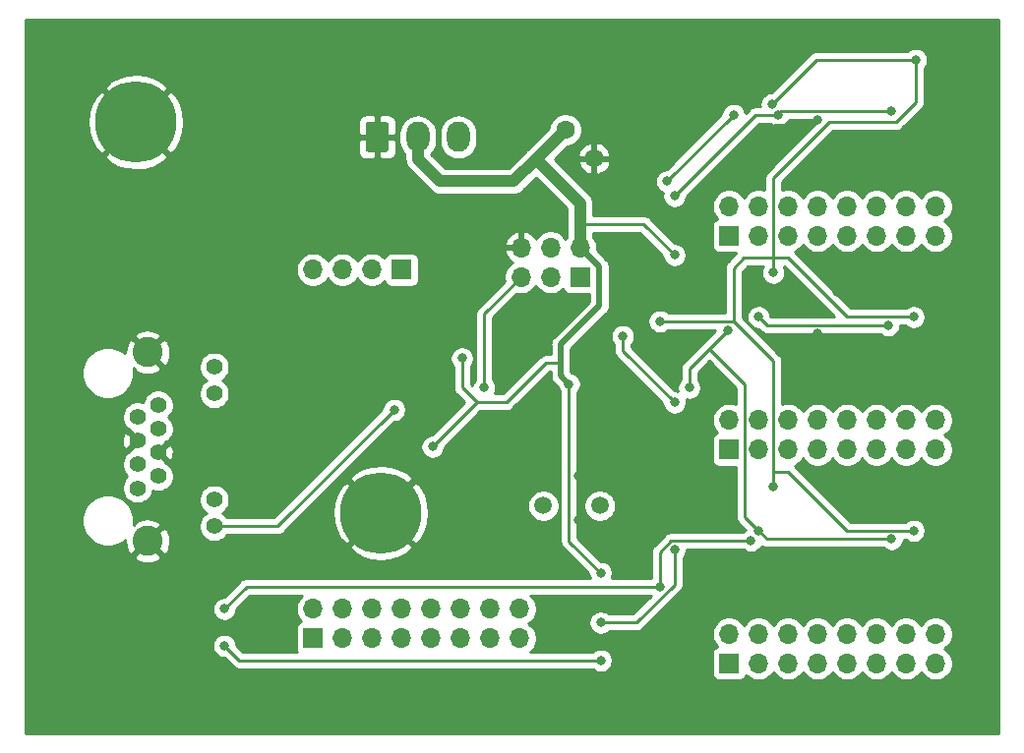
<source format=gbl>
G04 #@! TF.GenerationSoftware,KiCad,Pcbnew,(5.1.9)-1*
G04 #@! TF.CreationDate,2021-06-09T23:06:16+02:00*
G04 #@! TF.ProjectId,interface,696e7465-7266-4616-9365-2e6b69636164,rev?*
G04 #@! TF.SameCoordinates,Original*
G04 #@! TF.FileFunction,Copper,L2,Bot*
G04 #@! TF.FilePolarity,Positive*
%FSLAX46Y46*%
G04 Gerber Fmt 4.6, Leading zero omitted, Abs format (unit mm)*
G04 Created by KiCad (PCBNEW (5.1.9)-1) date 2021-06-09 23:06:16*
%MOMM*%
%LPD*%
G01*
G04 APERTURE LIST*
G04 #@! TA.AperFunction,ComponentPad*
%ADD10C,0.800000*%
G04 #@! TD*
G04 #@! TA.AperFunction,ComponentPad*
%ADD11C,7.000000*%
G04 #@! TD*
G04 #@! TA.AperFunction,ComponentPad*
%ADD12O,1.700000X1.700000*%
G04 #@! TD*
G04 #@! TA.AperFunction,ComponentPad*
%ADD13R,1.700000X1.700000*%
G04 #@! TD*
G04 #@! TA.AperFunction,ComponentPad*
%ADD14C,1.400000*%
G04 #@! TD*
G04 #@! TA.AperFunction,ComponentPad*
%ADD15C,2.600000*%
G04 #@! TD*
G04 #@! TA.AperFunction,ComponentPad*
%ADD16C,1.600000*%
G04 #@! TD*
G04 #@! TA.AperFunction,ComponentPad*
%ADD17O,2.000000X2.600000*%
G04 #@! TD*
G04 #@! TA.AperFunction,ComponentPad*
%ADD18C,1.500000*%
G04 #@! TD*
G04 #@! TA.AperFunction,ViaPad*
%ADD19C,0.800000*%
G04 #@! TD*
G04 #@! TA.AperFunction,Conductor*
%ADD20C,0.250000*%
G04 #@! TD*
G04 #@! TA.AperFunction,Conductor*
%ADD21C,1.000000*%
G04 #@! TD*
G04 #@! TA.AperFunction,Conductor*
%ADD22C,0.500000*%
G04 #@! TD*
G04 #@! TA.AperFunction,Conductor*
%ADD23C,0.254000*%
G04 #@! TD*
G04 #@! TA.AperFunction,Conductor*
%ADD24C,0.100000*%
G04 #@! TD*
G04 APERTURE END LIST*
D10*
X105234155Y-71803845D03*
X103378000Y-71035000D03*
X101521845Y-71803845D03*
X100753000Y-73660000D03*
X101521845Y-75516155D03*
X103378000Y-76285000D03*
X105234155Y-75516155D03*
X106003000Y-73660000D03*
D11*
X103378000Y-73660000D03*
D12*
X136398000Y-115570000D03*
X136398000Y-118110000D03*
X133858000Y-115570000D03*
X133858000Y-118110000D03*
X131318000Y-115570000D03*
X131318000Y-118110000D03*
X128778000Y-115570000D03*
X128778000Y-118110000D03*
X126238000Y-115570000D03*
X126238000Y-118110000D03*
X123698000Y-115570000D03*
X123698000Y-118110000D03*
X121158000Y-115570000D03*
X121158000Y-118110000D03*
X118618000Y-115570000D03*
D13*
X118618000Y-118110000D03*
D12*
X172212000Y-117729000D03*
X172212000Y-120269000D03*
X169672000Y-117729000D03*
X169672000Y-120269000D03*
X167132000Y-117729000D03*
X167132000Y-120269000D03*
X164592000Y-117729000D03*
X164592000Y-120269000D03*
X162052000Y-117729000D03*
X162052000Y-120269000D03*
X159512000Y-117729000D03*
X159512000Y-120269000D03*
X156972000Y-117729000D03*
X156972000Y-120269000D03*
X154432000Y-117729000D03*
D13*
X154432000Y-120269000D03*
D12*
X172212000Y-99314000D03*
X172212000Y-101854000D03*
X169672000Y-99314000D03*
X169672000Y-101854000D03*
X167132000Y-99314000D03*
X167132000Y-101854000D03*
X164592000Y-99314000D03*
X164592000Y-101854000D03*
X162052000Y-99314000D03*
X162052000Y-101854000D03*
X159512000Y-99314000D03*
X159512000Y-101854000D03*
X156972000Y-99314000D03*
X156972000Y-101854000D03*
X154432000Y-99314000D03*
D13*
X154432000Y-101854000D03*
D12*
X172212000Y-80899000D03*
X172212000Y-83439000D03*
X169672000Y-80899000D03*
X169672000Y-83439000D03*
X167132000Y-80899000D03*
X167132000Y-83439000D03*
X164592000Y-80899000D03*
X164592000Y-83439000D03*
X162052000Y-80899000D03*
X162052000Y-83439000D03*
X159512000Y-80899000D03*
X159512000Y-83439000D03*
X156972000Y-80899000D03*
X156972000Y-83439000D03*
X154432000Y-80899000D03*
D13*
X154432000Y-83439000D03*
D12*
X118618000Y-86360000D03*
X121158000Y-86360000D03*
X123698000Y-86360000D03*
D13*
X126238000Y-86360000D03*
D14*
X110105000Y-94740000D03*
X110105000Y-97030000D03*
X110105000Y-106170000D03*
X110105000Y-108460000D03*
X105285000Y-98030000D03*
X103505000Y-99050000D03*
X105285000Y-100070000D03*
X103505000Y-101090000D03*
X105285000Y-102110000D03*
X103505000Y-103130000D03*
X105285000Y-104150000D03*
X103505000Y-105170000D03*
D15*
X104395000Y-109730000D03*
X104395000Y-93470000D03*
D12*
X136525000Y-84455000D03*
X136525000Y-86995000D03*
X139065000Y-84455000D03*
X139065000Y-86995000D03*
X141605000Y-84455000D03*
D13*
X141605000Y-86995000D03*
D16*
X142809874Y-76769874D03*
X140335000Y-74295000D03*
D17*
X131135000Y-74930000D03*
X127635000Y-74930000D03*
G04 #@! TA.AperFunction,ComponentPad*
G36*
G01*
X123135000Y-75980000D02*
X123135000Y-73880000D01*
G75*
G02*
X123385000Y-73630000I250000J0D01*
G01*
X124885000Y-73630000D01*
G75*
G02*
X125135000Y-73880000I0J-250000D01*
G01*
X125135000Y-75980000D01*
G75*
G02*
X124885000Y-76230000I-250000J0D01*
G01*
X123385000Y-76230000D01*
G75*
G02*
X123135000Y-75980000I0J250000D01*
G01*
G37*
G04 #@! TD.AperFunction*
D10*
X126316155Y-105458845D03*
X124460000Y-104690000D03*
X122603845Y-105458845D03*
X121835000Y-107315000D03*
X122603845Y-109171155D03*
X124460000Y-109940000D03*
X126316155Y-109171155D03*
X127085000Y-107315000D03*
D11*
X124460000Y-107315000D03*
D18*
X143310000Y-106680000D03*
X138430000Y-106680000D03*
D19*
X139065000Y-90170000D03*
X174117000Y-109474000D03*
X162052000Y-91874010D03*
X162052000Y-73459010D03*
X174842000Y-91059000D03*
X174842000Y-72644000D03*
X116713000Y-110490000D03*
X151003000Y-81280000D03*
X163703000Y-88265000D03*
X162433000Y-114300000D03*
X141478000Y-104140000D03*
X141478000Y-107950000D03*
X115443000Y-91440000D03*
X126873000Y-95885000D03*
X131445000Y-93980000D03*
X140652503Y-96202503D03*
X128905000Y-101600000D03*
X149733000Y-85090000D03*
X143383000Y-112485000D03*
X133350000Y-96520000D03*
X154813000Y-73025000D03*
X149098000Y-78740000D03*
X110998000Y-115570000D03*
X148463020Y-113665000D03*
X156312740Y-109694435D03*
X149733000Y-97790000D03*
X145288000Y-92075000D03*
X125603000Y-98425000D03*
X156972000Y-108839000D03*
X156972000Y-90424000D03*
X168118711Y-91149010D03*
X168409141Y-72734010D03*
X168409141Y-109564010D03*
X154309653Y-91571653D03*
X151003000Y-96520000D03*
X158623000Y-73025000D03*
X149733000Y-80010000D03*
X143383000Y-116750000D03*
X149733000Y-110490000D03*
X158242000Y-105029000D03*
X158242000Y-86614000D03*
X170307000Y-108839000D03*
X170307000Y-90424000D03*
X148463000Y-90805000D03*
X170492847Y-68289000D03*
X158111045Y-72122739D03*
X110998000Y-118745000D03*
X143383000Y-120015000D03*
D20*
X158423991Y-73859009D02*
X151003000Y-81280000D01*
X161652001Y-73859009D02*
X158423991Y-73859009D01*
X162052000Y-73459010D02*
X161652001Y-73859009D01*
D21*
X127635000Y-74930000D02*
X127635000Y-76835000D01*
X127635000Y-76835000D02*
X129540000Y-78740000D01*
X129540000Y-78740000D02*
X135890000Y-78740000D01*
X137795000Y-76835000D02*
X141605000Y-80645000D01*
X135890000Y-78740000D02*
X137795000Y-76835000D01*
X137795000Y-76835000D02*
X140335000Y-74295000D01*
D20*
X131445000Y-96520000D02*
X131445000Y-93980000D01*
X132715000Y-97790000D02*
X131445000Y-96520000D01*
X130810000Y-99695000D02*
X132715000Y-97790000D01*
X139935001Y-94379999D02*
X138665001Y-94379999D01*
X138665001Y-94379999D02*
X135255000Y-97790000D01*
X135255000Y-97790000D02*
X132715000Y-97790000D01*
D22*
X139935001Y-94379999D02*
X139935001Y-95485001D01*
X139935001Y-95485001D02*
X140652503Y-96202503D01*
X143256000Y-86106000D02*
X141605000Y-84455000D01*
X143256000Y-89471500D02*
X143256000Y-86106000D01*
X139935001Y-92792499D02*
X143256000Y-89471500D01*
X139935001Y-94379999D02*
X139935001Y-92792499D01*
D20*
X130810000Y-99695000D02*
X128905000Y-101600000D01*
X149733000Y-85090000D02*
X147066000Y-82423000D01*
D21*
X141605000Y-82423000D02*
X141605000Y-84455000D01*
D20*
X147066000Y-82423000D02*
X141605000Y-82423000D01*
D21*
X141605000Y-80645000D02*
X141605000Y-82423000D01*
D20*
X140652503Y-109754503D02*
X140652503Y-96202503D01*
X143383000Y-112485000D02*
X140652503Y-109754503D01*
X133350000Y-90170000D02*
X136525000Y-86995000D01*
X133350000Y-96520000D02*
X133350000Y-90170000D01*
X154813000Y-73025000D02*
X149098000Y-78740000D01*
X110998000Y-115570000D02*
X112903000Y-113665000D01*
X112903000Y-113665000D02*
X148463020Y-113665000D01*
X149455563Y-109694435D02*
X148463020Y-110686978D01*
X148463020Y-110686978D02*
X148463020Y-113665000D01*
X156312740Y-109694435D02*
X149455563Y-109694435D01*
X145288000Y-93345000D02*
X145288000Y-92075000D01*
X149733000Y-97790000D02*
X145288000Y-93345000D01*
X115568000Y-108460000D02*
X125603000Y-98425000D01*
X110105000Y-108460000D02*
X115568000Y-108460000D01*
X157697010Y-91149010D02*
X168118711Y-91149010D01*
X156972000Y-90424000D02*
X157697010Y-91149010D01*
X156972000Y-108839000D02*
X157697010Y-109564010D01*
X157697010Y-109564010D02*
X168409141Y-109564010D01*
X151003000Y-94878306D02*
X151003000Y-96520000D01*
X158913990Y-72734010D02*
X158623000Y-73025000D01*
X168409141Y-72734010D02*
X158913990Y-72734010D01*
X155796999Y-96233999D02*
X152722153Y-93159153D01*
X155796999Y-107663999D02*
X155796999Y-96233999D01*
X156972000Y-108839000D02*
X155796999Y-107663999D01*
X152722153Y-93159153D02*
X151003000Y-94878306D01*
X154309653Y-91571653D02*
X152722153Y-93159153D01*
X156718000Y-73025000D02*
X149733000Y-80010000D01*
X158623000Y-73025000D02*
X156718000Y-73025000D01*
X149733000Y-113468022D02*
X149733000Y-110490000D01*
X146451022Y-116750000D02*
X149733000Y-113468022D01*
X143383000Y-116750000D02*
X146451022Y-116750000D01*
X158242000Y-94234000D02*
X155702000Y-91694000D01*
X158242000Y-103759000D02*
X158242000Y-94234000D01*
X158242000Y-105029000D02*
X158242000Y-103759000D01*
X158242000Y-86614000D02*
X158242000Y-85344000D01*
X159512000Y-85344000D02*
X155702000Y-85344000D01*
X164592000Y-90424000D02*
X159512000Y-85344000D01*
X170307000Y-90424000D02*
X164592000Y-90424000D01*
X159512000Y-103759000D02*
X158242000Y-103759000D01*
X170307000Y-108839000D02*
X164592000Y-108839000D01*
X164592000Y-108839000D02*
X159512000Y-103759000D01*
X154813000Y-90805000D02*
X155702000Y-91694000D01*
X148463000Y-90805000D02*
X154813000Y-90805000D01*
X154813000Y-88265000D02*
X154813000Y-90805000D01*
X154813000Y-86233000D02*
X154813000Y-88265000D01*
X155702000Y-85344000D02*
X154813000Y-86233000D01*
X158242000Y-85344000D02*
X158242000Y-78486000D01*
X158242000Y-78486000D02*
X163068000Y-73660000D01*
X163068000Y-73660000D02*
X168783000Y-73660000D01*
X170492847Y-71950153D02*
X170492847Y-68289000D01*
X168783000Y-73660000D02*
X170492847Y-71950153D01*
X161944784Y-68289000D02*
X158111045Y-72122739D01*
X170492847Y-68289000D02*
X161944784Y-68289000D01*
X112268000Y-120015000D02*
X143383000Y-120015000D01*
X110998000Y-118745000D02*
X112268000Y-120015000D01*
D23*
X177623001Y-126315000D02*
X93903000Y-126315000D01*
X93903000Y-115468061D01*
X109963000Y-115468061D01*
X109963000Y-115671939D01*
X110002774Y-115871898D01*
X110080795Y-116060256D01*
X110194063Y-116229774D01*
X110338226Y-116373937D01*
X110507744Y-116487205D01*
X110696102Y-116565226D01*
X110896061Y-116605000D01*
X111099939Y-116605000D01*
X111299898Y-116565226D01*
X111488256Y-116487205D01*
X111657774Y-116373937D01*
X111801937Y-116229774D01*
X111915205Y-116060256D01*
X111993226Y-115871898D01*
X112033000Y-115671939D01*
X112033000Y-115609801D01*
X113217802Y-114425000D01*
X117662893Y-114425000D01*
X117464525Y-114623368D01*
X117302010Y-114866589D01*
X117190068Y-115136842D01*
X117133000Y-115423740D01*
X117133000Y-115716260D01*
X117190068Y-116003158D01*
X117302010Y-116273411D01*
X117464525Y-116516632D01*
X117596380Y-116648487D01*
X117523820Y-116670498D01*
X117413506Y-116729463D01*
X117316815Y-116808815D01*
X117237463Y-116905506D01*
X117178498Y-117015820D01*
X117142188Y-117135518D01*
X117129928Y-117260000D01*
X117129928Y-118960000D01*
X117142188Y-119084482D01*
X117178498Y-119204180D01*
X117205662Y-119255000D01*
X112582802Y-119255000D01*
X112033000Y-118705199D01*
X112033000Y-118643061D01*
X111993226Y-118443102D01*
X111915205Y-118254744D01*
X111801937Y-118085226D01*
X111657774Y-117941063D01*
X111488256Y-117827795D01*
X111299898Y-117749774D01*
X111099939Y-117710000D01*
X110896061Y-117710000D01*
X110696102Y-117749774D01*
X110507744Y-117827795D01*
X110338226Y-117941063D01*
X110194063Y-118085226D01*
X110080795Y-118254744D01*
X110002774Y-118443102D01*
X109963000Y-118643061D01*
X109963000Y-118846939D01*
X110002774Y-119046898D01*
X110080795Y-119235256D01*
X110194063Y-119404774D01*
X110338226Y-119548937D01*
X110507744Y-119662205D01*
X110696102Y-119740226D01*
X110896061Y-119780000D01*
X110958199Y-119780000D01*
X111704201Y-120526003D01*
X111727999Y-120555001D01*
X111843724Y-120649974D01*
X111975753Y-120720546D01*
X112119014Y-120764003D01*
X112230667Y-120775000D01*
X112230676Y-120775000D01*
X112267999Y-120778676D01*
X112305322Y-120775000D01*
X142679289Y-120775000D01*
X142723226Y-120818937D01*
X142892744Y-120932205D01*
X143081102Y-121010226D01*
X143281061Y-121050000D01*
X143484939Y-121050000D01*
X143684898Y-121010226D01*
X143873256Y-120932205D01*
X144042774Y-120818937D01*
X144186937Y-120674774D01*
X144300205Y-120505256D01*
X144378226Y-120316898D01*
X144418000Y-120116939D01*
X144418000Y-119913061D01*
X144378226Y-119713102D01*
X144300205Y-119524744D01*
X144229550Y-119419000D01*
X152943928Y-119419000D01*
X152943928Y-121119000D01*
X152956188Y-121243482D01*
X152992498Y-121363180D01*
X153051463Y-121473494D01*
X153130815Y-121570185D01*
X153227506Y-121649537D01*
X153337820Y-121708502D01*
X153457518Y-121744812D01*
X153582000Y-121757072D01*
X155282000Y-121757072D01*
X155406482Y-121744812D01*
X155526180Y-121708502D01*
X155636494Y-121649537D01*
X155733185Y-121570185D01*
X155812537Y-121473494D01*
X155871502Y-121363180D01*
X155893513Y-121290620D01*
X156025368Y-121422475D01*
X156268589Y-121584990D01*
X156538842Y-121696932D01*
X156825740Y-121754000D01*
X157118260Y-121754000D01*
X157405158Y-121696932D01*
X157675411Y-121584990D01*
X157918632Y-121422475D01*
X158125475Y-121215632D01*
X158242000Y-121041240D01*
X158358525Y-121215632D01*
X158565368Y-121422475D01*
X158808589Y-121584990D01*
X159078842Y-121696932D01*
X159365740Y-121754000D01*
X159658260Y-121754000D01*
X159945158Y-121696932D01*
X160215411Y-121584990D01*
X160458632Y-121422475D01*
X160665475Y-121215632D01*
X160782000Y-121041240D01*
X160898525Y-121215632D01*
X161105368Y-121422475D01*
X161348589Y-121584990D01*
X161618842Y-121696932D01*
X161905740Y-121754000D01*
X162198260Y-121754000D01*
X162485158Y-121696932D01*
X162755411Y-121584990D01*
X162998632Y-121422475D01*
X163205475Y-121215632D01*
X163322000Y-121041240D01*
X163438525Y-121215632D01*
X163645368Y-121422475D01*
X163888589Y-121584990D01*
X164158842Y-121696932D01*
X164445740Y-121754000D01*
X164738260Y-121754000D01*
X165025158Y-121696932D01*
X165295411Y-121584990D01*
X165538632Y-121422475D01*
X165745475Y-121215632D01*
X165862000Y-121041240D01*
X165978525Y-121215632D01*
X166185368Y-121422475D01*
X166428589Y-121584990D01*
X166698842Y-121696932D01*
X166985740Y-121754000D01*
X167278260Y-121754000D01*
X167565158Y-121696932D01*
X167835411Y-121584990D01*
X168078632Y-121422475D01*
X168285475Y-121215632D01*
X168402000Y-121041240D01*
X168518525Y-121215632D01*
X168725368Y-121422475D01*
X168968589Y-121584990D01*
X169238842Y-121696932D01*
X169525740Y-121754000D01*
X169818260Y-121754000D01*
X170105158Y-121696932D01*
X170375411Y-121584990D01*
X170618632Y-121422475D01*
X170825475Y-121215632D01*
X170942000Y-121041240D01*
X171058525Y-121215632D01*
X171265368Y-121422475D01*
X171508589Y-121584990D01*
X171778842Y-121696932D01*
X172065740Y-121754000D01*
X172358260Y-121754000D01*
X172645158Y-121696932D01*
X172915411Y-121584990D01*
X173158632Y-121422475D01*
X173365475Y-121215632D01*
X173527990Y-120972411D01*
X173639932Y-120702158D01*
X173697000Y-120415260D01*
X173697000Y-120122740D01*
X173639932Y-119835842D01*
X173527990Y-119565589D01*
X173365475Y-119322368D01*
X173158632Y-119115525D01*
X172984240Y-118999000D01*
X173158632Y-118882475D01*
X173365475Y-118675632D01*
X173527990Y-118432411D01*
X173639932Y-118162158D01*
X173697000Y-117875260D01*
X173697000Y-117582740D01*
X173639932Y-117295842D01*
X173527990Y-117025589D01*
X173365475Y-116782368D01*
X173158632Y-116575525D01*
X172915411Y-116413010D01*
X172645158Y-116301068D01*
X172358260Y-116244000D01*
X172065740Y-116244000D01*
X171778842Y-116301068D01*
X171508589Y-116413010D01*
X171265368Y-116575525D01*
X171058525Y-116782368D01*
X170942000Y-116956760D01*
X170825475Y-116782368D01*
X170618632Y-116575525D01*
X170375411Y-116413010D01*
X170105158Y-116301068D01*
X169818260Y-116244000D01*
X169525740Y-116244000D01*
X169238842Y-116301068D01*
X168968589Y-116413010D01*
X168725368Y-116575525D01*
X168518525Y-116782368D01*
X168402000Y-116956760D01*
X168285475Y-116782368D01*
X168078632Y-116575525D01*
X167835411Y-116413010D01*
X167565158Y-116301068D01*
X167278260Y-116244000D01*
X166985740Y-116244000D01*
X166698842Y-116301068D01*
X166428589Y-116413010D01*
X166185368Y-116575525D01*
X165978525Y-116782368D01*
X165862000Y-116956760D01*
X165745475Y-116782368D01*
X165538632Y-116575525D01*
X165295411Y-116413010D01*
X165025158Y-116301068D01*
X164738260Y-116244000D01*
X164445740Y-116244000D01*
X164158842Y-116301068D01*
X163888589Y-116413010D01*
X163645368Y-116575525D01*
X163438525Y-116782368D01*
X163322000Y-116956760D01*
X163205475Y-116782368D01*
X162998632Y-116575525D01*
X162755411Y-116413010D01*
X162485158Y-116301068D01*
X162198260Y-116244000D01*
X161905740Y-116244000D01*
X161618842Y-116301068D01*
X161348589Y-116413010D01*
X161105368Y-116575525D01*
X160898525Y-116782368D01*
X160782000Y-116956760D01*
X160665475Y-116782368D01*
X160458632Y-116575525D01*
X160215411Y-116413010D01*
X159945158Y-116301068D01*
X159658260Y-116244000D01*
X159365740Y-116244000D01*
X159078842Y-116301068D01*
X158808589Y-116413010D01*
X158565368Y-116575525D01*
X158358525Y-116782368D01*
X158242000Y-116956760D01*
X158125475Y-116782368D01*
X157918632Y-116575525D01*
X157675411Y-116413010D01*
X157405158Y-116301068D01*
X157118260Y-116244000D01*
X156825740Y-116244000D01*
X156538842Y-116301068D01*
X156268589Y-116413010D01*
X156025368Y-116575525D01*
X155818525Y-116782368D01*
X155702000Y-116956760D01*
X155585475Y-116782368D01*
X155378632Y-116575525D01*
X155135411Y-116413010D01*
X154865158Y-116301068D01*
X154578260Y-116244000D01*
X154285740Y-116244000D01*
X153998842Y-116301068D01*
X153728589Y-116413010D01*
X153485368Y-116575525D01*
X153278525Y-116782368D01*
X153116010Y-117025589D01*
X153004068Y-117295842D01*
X152947000Y-117582740D01*
X152947000Y-117875260D01*
X153004068Y-118162158D01*
X153116010Y-118432411D01*
X153278525Y-118675632D01*
X153410380Y-118807487D01*
X153337820Y-118829498D01*
X153227506Y-118888463D01*
X153130815Y-118967815D01*
X153051463Y-119064506D01*
X152992498Y-119174820D01*
X152956188Y-119294518D01*
X152943928Y-119419000D01*
X144229550Y-119419000D01*
X144186937Y-119355226D01*
X144042774Y-119211063D01*
X143873256Y-119097795D01*
X143684898Y-119019774D01*
X143484939Y-118980000D01*
X143281061Y-118980000D01*
X143081102Y-119019774D01*
X142892744Y-119097795D01*
X142723226Y-119211063D01*
X142679289Y-119255000D01*
X137353107Y-119255000D01*
X137551475Y-119056632D01*
X137713990Y-118813411D01*
X137825932Y-118543158D01*
X137883000Y-118256260D01*
X137883000Y-117963740D01*
X137825932Y-117676842D01*
X137713990Y-117406589D01*
X137551475Y-117163368D01*
X137344632Y-116956525D01*
X137170240Y-116840000D01*
X137344632Y-116723475D01*
X137551475Y-116516632D01*
X137713990Y-116273411D01*
X137825932Y-116003158D01*
X137883000Y-115716260D01*
X137883000Y-115423740D01*
X137825932Y-115136842D01*
X137713990Y-114866589D01*
X137551475Y-114623368D01*
X137353107Y-114425000D01*
X147701220Y-114425000D01*
X146136221Y-115990000D01*
X144086711Y-115990000D01*
X144042774Y-115946063D01*
X143873256Y-115832795D01*
X143684898Y-115754774D01*
X143484939Y-115715000D01*
X143281061Y-115715000D01*
X143081102Y-115754774D01*
X142892744Y-115832795D01*
X142723226Y-115946063D01*
X142579063Y-116090226D01*
X142465795Y-116259744D01*
X142387774Y-116448102D01*
X142348000Y-116648061D01*
X142348000Y-116851939D01*
X142387774Y-117051898D01*
X142465795Y-117240256D01*
X142579063Y-117409774D01*
X142723226Y-117553937D01*
X142892744Y-117667205D01*
X143081102Y-117745226D01*
X143281061Y-117785000D01*
X143484939Y-117785000D01*
X143684898Y-117745226D01*
X143873256Y-117667205D01*
X144042774Y-117553937D01*
X144086711Y-117510000D01*
X146413700Y-117510000D01*
X146451022Y-117513676D01*
X146488344Y-117510000D01*
X146488355Y-117510000D01*
X146600008Y-117499003D01*
X146743269Y-117455546D01*
X146875298Y-117384974D01*
X146991023Y-117290001D01*
X147014826Y-117260997D01*
X150244004Y-114031820D01*
X150273001Y-114008023D01*
X150367974Y-113892298D01*
X150438546Y-113760269D01*
X150482003Y-113617008D01*
X150493000Y-113505355D01*
X150493000Y-113505347D01*
X150496676Y-113468022D01*
X150493000Y-113430697D01*
X150493000Y-111193711D01*
X150536937Y-111149774D01*
X150650205Y-110980256D01*
X150728226Y-110791898D01*
X150768000Y-110591939D01*
X150768000Y-110454435D01*
X155609029Y-110454435D01*
X155652966Y-110498372D01*
X155822484Y-110611640D01*
X156010842Y-110689661D01*
X156210801Y-110729435D01*
X156414679Y-110729435D01*
X156614638Y-110689661D01*
X156802996Y-110611640D01*
X156972514Y-110498372D01*
X157116677Y-110354209D01*
X157229945Y-110184691D01*
X157236382Y-110169151D01*
X157272733Y-110198984D01*
X157329179Y-110229155D01*
X157404763Y-110269556D01*
X157548024Y-110313013D01*
X157659677Y-110324010D01*
X157659687Y-110324010D01*
X157697010Y-110327686D01*
X157734333Y-110324010D01*
X167705430Y-110324010D01*
X167749367Y-110367947D01*
X167918885Y-110481215D01*
X168107243Y-110559236D01*
X168307202Y-110599010D01*
X168511080Y-110599010D01*
X168711039Y-110559236D01*
X168899397Y-110481215D01*
X169068915Y-110367947D01*
X169213078Y-110223784D01*
X169326346Y-110054266D01*
X169404367Y-109865908D01*
X169444141Y-109665949D01*
X169444141Y-109599000D01*
X169603289Y-109599000D01*
X169647226Y-109642937D01*
X169816744Y-109756205D01*
X170005102Y-109834226D01*
X170205061Y-109874000D01*
X170408939Y-109874000D01*
X170608898Y-109834226D01*
X170797256Y-109756205D01*
X170966774Y-109642937D01*
X171110937Y-109498774D01*
X171224205Y-109329256D01*
X171302226Y-109140898D01*
X171342000Y-108940939D01*
X171342000Y-108737061D01*
X171302226Y-108537102D01*
X171224205Y-108348744D01*
X171110937Y-108179226D01*
X170966774Y-108035063D01*
X170797256Y-107921795D01*
X170608898Y-107843774D01*
X170408939Y-107804000D01*
X170205061Y-107804000D01*
X170005102Y-107843774D01*
X169816744Y-107921795D01*
X169647226Y-108035063D01*
X169603289Y-108079000D01*
X164906802Y-108079000D01*
X160075804Y-103248003D01*
X160063440Y-103232938D01*
X160215411Y-103169990D01*
X160458632Y-103007475D01*
X160665475Y-102800632D01*
X160782000Y-102626240D01*
X160898525Y-102800632D01*
X161105368Y-103007475D01*
X161348589Y-103169990D01*
X161618842Y-103281932D01*
X161905740Y-103339000D01*
X162198260Y-103339000D01*
X162485158Y-103281932D01*
X162755411Y-103169990D01*
X162998632Y-103007475D01*
X163205475Y-102800632D01*
X163322000Y-102626240D01*
X163438525Y-102800632D01*
X163645368Y-103007475D01*
X163888589Y-103169990D01*
X164158842Y-103281932D01*
X164445740Y-103339000D01*
X164738260Y-103339000D01*
X165025158Y-103281932D01*
X165295411Y-103169990D01*
X165538632Y-103007475D01*
X165745475Y-102800632D01*
X165862000Y-102626240D01*
X165978525Y-102800632D01*
X166185368Y-103007475D01*
X166428589Y-103169990D01*
X166698842Y-103281932D01*
X166985740Y-103339000D01*
X167278260Y-103339000D01*
X167565158Y-103281932D01*
X167835411Y-103169990D01*
X168078632Y-103007475D01*
X168285475Y-102800632D01*
X168402000Y-102626240D01*
X168518525Y-102800632D01*
X168725368Y-103007475D01*
X168968589Y-103169990D01*
X169238842Y-103281932D01*
X169525740Y-103339000D01*
X169818260Y-103339000D01*
X170105158Y-103281932D01*
X170375411Y-103169990D01*
X170618632Y-103007475D01*
X170825475Y-102800632D01*
X170942000Y-102626240D01*
X171058525Y-102800632D01*
X171265368Y-103007475D01*
X171508589Y-103169990D01*
X171778842Y-103281932D01*
X172065740Y-103339000D01*
X172358260Y-103339000D01*
X172645158Y-103281932D01*
X172915411Y-103169990D01*
X173158632Y-103007475D01*
X173365475Y-102800632D01*
X173527990Y-102557411D01*
X173639932Y-102287158D01*
X173697000Y-102000260D01*
X173697000Y-101707740D01*
X173639932Y-101420842D01*
X173527990Y-101150589D01*
X173365475Y-100907368D01*
X173158632Y-100700525D01*
X172984240Y-100584000D01*
X173158632Y-100467475D01*
X173365475Y-100260632D01*
X173527990Y-100017411D01*
X173639932Y-99747158D01*
X173697000Y-99460260D01*
X173697000Y-99167740D01*
X173639932Y-98880842D01*
X173527990Y-98610589D01*
X173365475Y-98367368D01*
X173158632Y-98160525D01*
X172915411Y-97998010D01*
X172645158Y-97886068D01*
X172358260Y-97829000D01*
X172065740Y-97829000D01*
X171778842Y-97886068D01*
X171508589Y-97998010D01*
X171265368Y-98160525D01*
X171058525Y-98367368D01*
X170942000Y-98541760D01*
X170825475Y-98367368D01*
X170618632Y-98160525D01*
X170375411Y-97998010D01*
X170105158Y-97886068D01*
X169818260Y-97829000D01*
X169525740Y-97829000D01*
X169238842Y-97886068D01*
X168968589Y-97998010D01*
X168725368Y-98160525D01*
X168518525Y-98367368D01*
X168402000Y-98541760D01*
X168285475Y-98367368D01*
X168078632Y-98160525D01*
X167835411Y-97998010D01*
X167565158Y-97886068D01*
X167278260Y-97829000D01*
X166985740Y-97829000D01*
X166698842Y-97886068D01*
X166428589Y-97998010D01*
X166185368Y-98160525D01*
X165978525Y-98367368D01*
X165862000Y-98541760D01*
X165745475Y-98367368D01*
X165538632Y-98160525D01*
X165295411Y-97998010D01*
X165025158Y-97886068D01*
X164738260Y-97829000D01*
X164445740Y-97829000D01*
X164158842Y-97886068D01*
X163888589Y-97998010D01*
X163645368Y-98160525D01*
X163438525Y-98367368D01*
X163322000Y-98541760D01*
X163205475Y-98367368D01*
X162998632Y-98160525D01*
X162755411Y-97998010D01*
X162485158Y-97886068D01*
X162198260Y-97829000D01*
X161905740Y-97829000D01*
X161618842Y-97886068D01*
X161348589Y-97998010D01*
X161105368Y-98160525D01*
X160898525Y-98367368D01*
X160782000Y-98541760D01*
X160665475Y-98367368D01*
X160458632Y-98160525D01*
X160215411Y-97998010D01*
X159945158Y-97886068D01*
X159658260Y-97829000D01*
X159365740Y-97829000D01*
X159078842Y-97886068D01*
X159002000Y-97917897D01*
X159002000Y-94271322D01*
X159005676Y-94233999D01*
X159002000Y-94196676D01*
X159002000Y-94196667D01*
X158991003Y-94085014D01*
X158947546Y-93941753D01*
X158876974Y-93809724D01*
X158843779Y-93769276D01*
X158805799Y-93722996D01*
X158805795Y-93722992D01*
X158782001Y-93693999D01*
X158753008Y-93670205D01*
X156265803Y-91183002D01*
X156265799Y-91182997D01*
X155573000Y-90490199D01*
X155573000Y-86547801D01*
X156016802Y-86104000D01*
X157337987Y-86104000D01*
X157324795Y-86123744D01*
X157246774Y-86312102D01*
X157207000Y-86512061D01*
X157207000Y-86715939D01*
X157246774Y-86915898D01*
X157324795Y-87104256D01*
X157438063Y-87273774D01*
X157582226Y-87417937D01*
X157751744Y-87531205D01*
X157940102Y-87609226D01*
X158140061Y-87649000D01*
X158343939Y-87649000D01*
X158543898Y-87609226D01*
X158732256Y-87531205D01*
X158901774Y-87417937D01*
X159045937Y-87273774D01*
X159159205Y-87104256D01*
X159237226Y-86915898D01*
X159277000Y-86715939D01*
X159277000Y-86512061D01*
X159237226Y-86312102D01*
X159159205Y-86123744D01*
X159146013Y-86104000D01*
X159197199Y-86104000D01*
X163482208Y-90389010D01*
X158011812Y-90389010D01*
X158007000Y-90384198D01*
X158007000Y-90322061D01*
X157967226Y-90122102D01*
X157889205Y-89933744D01*
X157775937Y-89764226D01*
X157631774Y-89620063D01*
X157462256Y-89506795D01*
X157273898Y-89428774D01*
X157073939Y-89389000D01*
X156870061Y-89389000D01*
X156670102Y-89428774D01*
X156481744Y-89506795D01*
X156312226Y-89620063D01*
X156168063Y-89764226D01*
X156054795Y-89933744D01*
X155976774Y-90122102D01*
X155937000Y-90322061D01*
X155937000Y-90525939D01*
X155976774Y-90725898D01*
X156054795Y-90914256D01*
X156168063Y-91083774D01*
X156312226Y-91227937D01*
X156481744Y-91341205D01*
X156670102Y-91419226D01*
X156870061Y-91459000D01*
X156932198Y-91459000D01*
X157133211Y-91660012D01*
X157157009Y-91689011D01*
X157186007Y-91712809D01*
X157272733Y-91783984D01*
X157377531Y-91840000D01*
X157404763Y-91854556D01*
X157548024Y-91898013D01*
X157659677Y-91909010D01*
X157659687Y-91909010D01*
X157697010Y-91912686D01*
X157734333Y-91909010D01*
X167415000Y-91909010D01*
X167458937Y-91952947D01*
X167628455Y-92066215D01*
X167816813Y-92144236D01*
X168016772Y-92184010D01*
X168220650Y-92184010D01*
X168420609Y-92144236D01*
X168608967Y-92066215D01*
X168778485Y-91952947D01*
X168922648Y-91808784D01*
X169035916Y-91639266D01*
X169113937Y-91450908D01*
X169153711Y-91250949D01*
X169153711Y-91184000D01*
X169603289Y-91184000D01*
X169647226Y-91227937D01*
X169816744Y-91341205D01*
X170005102Y-91419226D01*
X170205061Y-91459000D01*
X170408939Y-91459000D01*
X170608898Y-91419226D01*
X170797256Y-91341205D01*
X170966774Y-91227937D01*
X171110937Y-91083774D01*
X171224205Y-90914256D01*
X171302226Y-90725898D01*
X171342000Y-90525939D01*
X171342000Y-90322061D01*
X171302226Y-90122102D01*
X171224205Y-89933744D01*
X171110937Y-89764226D01*
X170966774Y-89620063D01*
X170797256Y-89506795D01*
X170608898Y-89428774D01*
X170408939Y-89389000D01*
X170205061Y-89389000D01*
X170005102Y-89428774D01*
X169816744Y-89506795D01*
X169647226Y-89620063D01*
X169603289Y-89664000D01*
X164906802Y-89664000D01*
X160075804Y-84833003D01*
X160063440Y-84817938D01*
X160215411Y-84754990D01*
X160458632Y-84592475D01*
X160665475Y-84385632D01*
X160782000Y-84211240D01*
X160898525Y-84385632D01*
X161105368Y-84592475D01*
X161348589Y-84754990D01*
X161618842Y-84866932D01*
X161905740Y-84924000D01*
X162198260Y-84924000D01*
X162485158Y-84866932D01*
X162755411Y-84754990D01*
X162998632Y-84592475D01*
X163205475Y-84385632D01*
X163322000Y-84211240D01*
X163438525Y-84385632D01*
X163645368Y-84592475D01*
X163888589Y-84754990D01*
X164158842Y-84866932D01*
X164445740Y-84924000D01*
X164738260Y-84924000D01*
X165025158Y-84866932D01*
X165295411Y-84754990D01*
X165538632Y-84592475D01*
X165745475Y-84385632D01*
X165862000Y-84211240D01*
X165978525Y-84385632D01*
X166185368Y-84592475D01*
X166428589Y-84754990D01*
X166698842Y-84866932D01*
X166985740Y-84924000D01*
X167278260Y-84924000D01*
X167565158Y-84866932D01*
X167835411Y-84754990D01*
X168078632Y-84592475D01*
X168285475Y-84385632D01*
X168402000Y-84211240D01*
X168518525Y-84385632D01*
X168725368Y-84592475D01*
X168968589Y-84754990D01*
X169238842Y-84866932D01*
X169525740Y-84924000D01*
X169818260Y-84924000D01*
X170105158Y-84866932D01*
X170375411Y-84754990D01*
X170618632Y-84592475D01*
X170825475Y-84385632D01*
X170942000Y-84211240D01*
X171058525Y-84385632D01*
X171265368Y-84592475D01*
X171508589Y-84754990D01*
X171778842Y-84866932D01*
X172065740Y-84924000D01*
X172358260Y-84924000D01*
X172645158Y-84866932D01*
X172915411Y-84754990D01*
X173158632Y-84592475D01*
X173365475Y-84385632D01*
X173527990Y-84142411D01*
X173639932Y-83872158D01*
X173697000Y-83585260D01*
X173697000Y-83292740D01*
X173639932Y-83005842D01*
X173527990Y-82735589D01*
X173365475Y-82492368D01*
X173158632Y-82285525D01*
X172984240Y-82169000D01*
X173158632Y-82052475D01*
X173365475Y-81845632D01*
X173527990Y-81602411D01*
X173639932Y-81332158D01*
X173697000Y-81045260D01*
X173697000Y-80752740D01*
X173639932Y-80465842D01*
X173527990Y-80195589D01*
X173365475Y-79952368D01*
X173158632Y-79745525D01*
X172915411Y-79583010D01*
X172645158Y-79471068D01*
X172358260Y-79414000D01*
X172065740Y-79414000D01*
X171778842Y-79471068D01*
X171508589Y-79583010D01*
X171265368Y-79745525D01*
X171058525Y-79952368D01*
X170942000Y-80126760D01*
X170825475Y-79952368D01*
X170618632Y-79745525D01*
X170375411Y-79583010D01*
X170105158Y-79471068D01*
X169818260Y-79414000D01*
X169525740Y-79414000D01*
X169238842Y-79471068D01*
X168968589Y-79583010D01*
X168725368Y-79745525D01*
X168518525Y-79952368D01*
X168402000Y-80126760D01*
X168285475Y-79952368D01*
X168078632Y-79745525D01*
X167835411Y-79583010D01*
X167565158Y-79471068D01*
X167278260Y-79414000D01*
X166985740Y-79414000D01*
X166698842Y-79471068D01*
X166428589Y-79583010D01*
X166185368Y-79745525D01*
X165978525Y-79952368D01*
X165862000Y-80126760D01*
X165745475Y-79952368D01*
X165538632Y-79745525D01*
X165295411Y-79583010D01*
X165025158Y-79471068D01*
X164738260Y-79414000D01*
X164445740Y-79414000D01*
X164158842Y-79471068D01*
X163888589Y-79583010D01*
X163645368Y-79745525D01*
X163438525Y-79952368D01*
X163322000Y-80126760D01*
X163205475Y-79952368D01*
X162998632Y-79745525D01*
X162755411Y-79583010D01*
X162485158Y-79471068D01*
X162198260Y-79414000D01*
X161905740Y-79414000D01*
X161618842Y-79471068D01*
X161348589Y-79583010D01*
X161105368Y-79745525D01*
X160898525Y-79952368D01*
X160782000Y-80126760D01*
X160665475Y-79952368D01*
X160458632Y-79745525D01*
X160215411Y-79583010D01*
X159945158Y-79471068D01*
X159658260Y-79414000D01*
X159365740Y-79414000D01*
X159078842Y-79471068D01*
X159002000Y-79502897D01*
X159002000Y-78800801D01*
X163382802Y-74420000D01*
X168745678Y-74420000D01*
X168783000Y-74423676D01*
X168820322Y-74420000D01*
X168820333Y-74420000D01*
X168931986Y-74409003D01*
X169075247Y-74365546D01*
X169207276Y-74294974D01*
X169323001Y-74200001D01*
X169346804Y-74170997D01*
X171003851Y-72513951D01*
X171032848Y-72490154D01*
X171127821Y-72374429D01*
X171198393Y-72242400D01*
X171241850Y-72099139D01*
X171252847Y-71987486D01*
X171252847Y-71987476D01*
X171256523Y-71950153D01*
X171252847Y-71912830D01*
X171252847Y-68992711D01*
X171296784Y-68948774D01*
X171410052Y-68779256D01*
X171488073Y-68590898D01*
X171527847Y-68390939D01*
X171527847Y-68187061D01*
X171488073Y-67987102D01*
X171410052Y-67798744D01*
X171296784Y-67629226D01*
X171152621Y-67485063D01*
X170983103Y-67371795D01*
X170794745Y-67293774D01*
X170594786Y-67254000D01*
X170390908Y-67254000D01*
X170190949Y-67293774D01*
X170002591Y-67371795D01*
X169833073Y-67485063D01*
X169789136Y-67529000D01*
X161982109Y-67529000D01*
X161944784Y-67525324D01*
X161907459Y-67529000D01*
X161907451Y-67529000D01*
X161795798Y-67539997D01*
X161652537Y-67583454D01*
X161520508Y-67654026D01*
X161404783Y-67748999D01*
X161380985Y-67777997D01*
X158071244Y-71087739D01*
X158009106Y-71087739D01*
X157809147Y-71127513D01*
X157620789Y-71205534D01*
X157451271Y-71318802D01*
X157307108Y-71462965D01*
X157193840Y-71632483D01*
X157115819Y-71820841D01*
X157076045Y-72020800D01*
X157076045Y-72224678D01*
X157084065Y-72265000D01*
X156755325Y-72265000D01*
X156718000Y-72261324D01*
X156680675Y-72265000D01*
X156680667Y-72265000D01*
X156569014Y-72275997D01*
X156425753Y-72319454D01*
X156293724Y-72390026D01*
X156177999Y-72484999D01*
X156154201Y-72513997D01*
X155830934Y-72837264D01*
X155808226Y-72723102D01*
X155730205Y-72534744D01*
X155616937Y-72365226D01*
X155472774Y-72221063D01*
X155303256Y-72107795D01*
X155114898Y-72029774D01*
X154914939Y-71990000D01*
X154711061Y-71990000D01*
X154511102Y-72029774D01*
X154322744Y-72107795D01*
X154153226Y-72221063D01*
X154009063Y-72365226D01*
X153895795Y-72534744D01*
X153817774Y-72723102D01*
X153778000Y-72923061D01*
X153778000Y-72985198D01*
X149058199Y-77705000D01*
X148996061Y-77705000D01*
X148796102Y-77744774D01*
X148607744Y-77822795D01*
X148438226Y-77936063D01*
X148294063Y-78080226D01*
X148180795Y-78249744D01*
X148102774Y-78438102D01*
X148063000Y-78638061D01*
X148063000Y-78841939D01*
X148102774Y-79041898D01*
X148180795Y-79230256D01*
X148294063Y-79399774D01*
X148438226Y-79543937D01*
X148607744Y-79657205D01*
X148737229Y-79710840D01*
X148698000Y-79908061D01*
X148698000Y-80111939D01*
X148737774Y-80311898D01*
X148815795Y-80500256D01*
X148929063Y-80669774D01*
X149073226Y-80813937D01*
X149242744Y-80927205D01*
X149431102Y-81005226D01*
X149631061Y-81045000D01*
X149834939Y-81045000D01*
X150034898Y-81005226D01*
X150223256Y-80927205D01*
X150392774Y-80813937D01*
X150536937Y-80669774D01*
X150650205Y-80500256D01*
X150728226Y-80311898D01*
X150768000Y-80111939D01*
X150768000Y-80049801D01*
X157032802Y-73785000D01*
X157919289Y-73785000D01*
X157963226Y-73828937D01*
X158132744Y-73942205D01*
X158321102Y-74020226D01*
X158521061Y-74060000D01*
X158724939Y-74060000D01*
X158924898Y-74020226D01*
X159113256Y-73942205D01*
X159282774Y-73828937D01*
X159426937Y-73684774D01*
X159540205Y-73515256D01*
X159549005Y-73494010D01*
X162159188Y-73494010D01*
X157730998Y-77922201D01*
X157702000Y-77945999D01*
X157678202Y-77974997D01*
X157678201Y-77974998D01*
X157607026Y-78061724D01*
X157536454Y-78193754D01*
X157492998Y-78337015D01*
X157478324Y-78486000D01*
X157482001Y-78523332D01*
X157482001Y-79502897D01*
X157405158Y-79471068D01*
X157118260Y-79414000D01*
X156825740Y-79414000D01*
X156538842Y-79471068D01*
X156268589Y-79583010D01*
X156025368Y-79745525D01*
X155818525Y-79952368D01*
X155702000Y-80126760D01*
X155585475Y-79952368D01*
X155378632Y-79745525D01*
X155135411Y-79583010D01*
X154865158Y-79471068D01*
X154578260Y-79414000D01*
X154285740Y-79414000D01*
X153998842Y-79471068D01*
X153728589Y-79583010D01*
X153485368Y-79745525D01*
X153278525Y-79952368D01*
X153116010Y-80195589D01*
X153004068Y-80465842D01*
X152947000Y-80752740D01*
X152947000Y-81045260D01*
X153004068Y-81332158D01*
X153116010Y-81602411D01*
X153278525Y-81845632D01*
X153410380Y-81977487D01*
X153337820Y-81999498D01*
X153227506Y-82058463D01*
X153130815Y-82137815D01*
X153051463Y-82234506D01*
X152992498Y-82344820D01*
X152956188Y-82464518D01*
X152943928Y-82589000D01*
X152943928Y-84289000D01*
X152956188Y-84413482D01*
X152992498Y-84533180D01*
X153051463Y-84643494D01*
X153130815Y-84740185D01*
X153227506Y-84819537D01*
X153337820Y-84878502D01*
X153457518Y-84914812D01*
X153582000Y-84927072D01*
X155044126Y-84927072D01*
X154302002Y-85669197D01*
X154272999Y-85692999D01*
X154217871Y-85760174D01*
X154178026Y-85808724D01*
X154131121Y-85896476D01*
X154107454Y-85940754D01*
X154063997Y-86084015D01*
X154053000Y-86195668D01*
X154053000Y-86195678D01*
X154049324Y-86233000D01*
X154053000Y-86270323D01*
X154053001Y-88227658D01*
X154053000Y-88227668D01*
X154053001Y-90045000D01*
X149166711Y-90045000D01*
X149122774Y-90001063D01*
X148953256Y-89887795D01*
X148764898Y-89809774D01*
X148564939Y-89770000D01*
X148361061Y-89770000D01*
X148161102Y-89809774D01*
X147972744Y-89887795D01*
X147803226Y-90001063D01*
X147659063Y-90145226D01*
X147545795Y-90314744D01*
X147467774Y-90503102D01*
X147428000Y-90703061D01*
X147428000Y-90906939D01*
X147467774Y-91106898D01*
X147545795Y-91295256D01*
X147659063Y-91464774D01*
X147803226Y-91608937D01*
X147972744Y-91722205D01*
X148161102Y-91800226D01*
X148361061Y-91840000D01*
X148564939Y-91840000D01*
X148764898Y-91800226D01*
X148953256Y-91722205D01*
X149122774Y-91608937D01*
X149166711Y-91565000D01*
X153241504Y-91565000D01*
X152211160Y-92595345D01*
X152211149Y-92595354D01*
X152211145Y-92595358D01*
X152182152Y-92619152D01*
X152158358Y-92648145D01*
X150492002Y-94314503D01*
X150462999Y-94338305D01*
X150407871Y-94405480D01*
X150368026Y-94454030D01*
X150314864Y-94553488D01*
X150297454Y-94586060D01*
X150253997Y-94729321D01*
X150243000Y-94840974D01*
X150243000Y-94840984D01*
X150239324Y-94878306D01*
X150243000Y-94915629D01*
X150243001Y-95816288D01*
X150199063Y-95860226D01*
X150085795Y-96029744D01*
X150007774Y-96218102D01*
X149968000Y-96418061D01*
X149968000Y-96621939D01*
X150001039Y-96788039D01*
X149834939Y-96755000D01*
X149772802Y-96755000D01*
X146048000Y-93030199D01*
X146048000Y-92778711D01*
X146091937Y-92734774D01*
X146205205Y-92565256D01*
X146283226Y-92376898D01*
X146323000Y-92176939D01*
X146323000Y-91973061D01*
X146283226Y-91773102D01*
X146205205Y-91584744D01*
X146091937Y-91415226D01*
X145947774Y-91271063D01*
X145778256Y-91157795D01*
X145589898Y-91079774D01*
X145389939Y-91040000D01*
X145186061Y-91040000D01*
X144986102Y-91079774D01*
X144797744Y-91157795D01*
X144628226Y-91271063D01*
X144484063Y-91415226D01*
X144370795Y-91584744D01*
X144292774Y-91773102D01*
X144253000Y-91973061D01*
X144253000Y-92176939D01*
X144292774Y-92376898D01*
X144370795Y-92565256D01*
X144484063Y-92734774D01*
X144528000Y-92778711D01*
X144528000Y-93307677D01*
X144524324Y-93345000D01*
X144528000Y-93382322D01*
X144528000Y-93382332D01*
X144538997Y-93493985D01*
X144575429Y-93614087D01*
X144582454Y-93637246D01*
X144653026Y-93769276D01*
X144686221Y-93809724D01*
X144747999Y-93885001D01*
X144777003Y-93908804D01*
X148698000Y-97829802D01*
X148698000Y-97891939D01*
X148737774Y-98091898D01*
X148815795Y-98280256D01*
X148929063Y-98449774D01*
X149073226Y-98593937D01*
X149242744Y-98707205D01*
X149431102Y-98785226D01*
X149631061Y-98825000D01*
X149834939Y-98825000D01*
X150034898Y-98785226D01*
X150223256Y-98707205D01*
X150392774Y-98593937D01*
X150536937Y-98449774D01*
X150650205Y-98280256D01*
X150728226Y-98091898D01*
X150768000Y-97891939D01*
X150768000Y-97688061D01*
X150734961Y-97521961D01*
X150901061Y-97555000D01*
X151104939Y-97555000D01*
X151304898Y-97515226D01*
X151493256Y-97437205D01*
X151662774Y-97323937D01*
X151806937Y-97179774D01*
X151920205Y-97010256D01*
X151998226Y-96821898D01*
X152038000Y-96621939D01*
X152038000Y-96418061D01*
X151998226Y-96218102D01*
X151920205Y-96029744D01*
X151806937Y-95860226D01*
X151763000Y-95816289D01*
X151763000Y-95193107D01*
X152722154Y-94233955D01*
X155037000Y-96548802D01*
X155037000Y-97957247D01*
X154865158Y-97886068D01*
X154578260Y-97829000D01*
X154285740Y-97829000D01*
X153998842Y-97886068D01*
X153728589Y-97998010D01*
X153485368Y-98160525D01*
X153278525Y-98367368D01*
X153116010Y-98610589D01*
X153004068Y-98880842D01*
X152947000Y-99167740D01*
X152947000Y-99460260D01*
X153004068Y-99747158D01*
X153116010Y-100017411D01*
X153278525Y-100260632D01*
X153410380Y-100392487D01*
X153337820Y-100414498D01*
X153227506Y-100473463D01*
X153130815Y-100552815D01*
X153051463Y-100649506D01*
X152992498Y-100759820D01*
X152956188Y-100879518D01*
X152943928Y-101004000D01*
X152943928Y-102704000D01*
X152956188Y-102828482D01*
X152992498Y-102948180D01*
X153051463Y-103058494D01*
X153130815Y-103155185D01*
X153227506Y-103234537D01*
X153337820Y-103293502D01*
X153457518Y-103329812D01*
X153582000Y-103342072D01*
X155036999Y-103342072D01*
X155036999Y-107626677D01*
X155033323Y-107663999D01*
X155036999Y-107701321D01*
X155036999Y-107701331D01*
X155047996Y-107812984D01*
X155080458Y-107919999D01*
X155091453Y-107956245D01*
X155162025Y-108088275D01*
X155163538Y-108090118D01*
X155256998Y-108204000D01*
X155286002Y-108227803D01*
X155831637Y-108773439D01*
X155822484Y-108777230D01*
X155652966Y-108890498D01*
X155609029Y-108934435D01*
X149492888Y-108934435D01*
X149455563Y-108930759D01*
X149418238Y-108934435D01*
X149418230Y-108934435D01*
X149306577Y-108945432D01*
X149163316Y-108988889D01*
X149031287Y-109059461D01*
X148915562Y-109154434D01*
X148891764Y-109183432D01*
X147952022Y-110123174D01*
X147923019Y-110146977D01*
X147875807Y-110204506D01*
X147828046Y-110262702D01*
X147801155Y-110313012D01*
X147757474Y-110394732D01*
X147714017Y-110537993D01*
X147703020Y-110649646D01*
X147703020Y-110649656D01*
X147699344Y-110686978D01*
X147703020Y-110724301D01*
X147703021Y-112905000D01*
X144329306Y-112905000D01*
X144378226Y-112786898D01*
X144418000Y-112586939D01*
X144418000Y-112383061D01*
X144378226Y-112183102D01*
X144300205Y-111994744D01*
X144186937Y-111825226D01*
X144042774Y-111681063D01*
X143873256Y-111567795D01*
X143684898Y-111489774D01*
X143484939Y-111450000D01*
X143422802Y-111450000D01*
X141412503Y-109439702D01*
X141412503Y-106543589D01*
X141925000Y-106543589D01*
X141925000Y-106816411D01*
X141978225Y-107083989D01*
X142082629Y-107336043D01*
X142234201Y-107562886D01*
X142427114Y-107755799D01*
X142653957Y-107907371D01*
X142906011Y-108011775D01*
X143173589Y-108065000D01*
X143446411Y-108065000D01*
X143713989Y-108011775D01*
X143966043Y-107907371D01*
X144192886Y-107755799D01*
X144385799Y-107562886D01*
X144537371Y-107336043D01*
X144641775Y-107083989D01*
X144695000Y-106816411D01*
X144695000Y-106543589D01*
X144641775Y-106276011D01*
X144537371Y-106023957D01*
X144385799Y-105797114D01*
X144192886Y-105604201D01*
X143966043Y-105452629D01*
X143713989Y-105348225D01*
X143446411Y-105295000D01*
X143173589Y-105295000D01*
X142906011Y-105348225D01*
X142653957Y-105452629D01*
X142427114Y-105604201D01*
X142234201Y-105797114D01*
X142082629Y-106023957D01*
X141978225Y-106276011D01*
X141925000Y-106543589D01*
X141412503Y-106543589D01*
X141412503Y-96906214D01*
X141456440Y-96862277D01*
X141569708Y-96692759D01*
X141647729Y-96504401D01*
X141687503Y-96304442D01*
X141687503Y-96100564D01*
X141647729Y-95900605D01*
X141569708Y-95712247D01*
X141456440Y-95542729D01*
X141312277Y-95398566D01*
X141142759Y-95285298D01*
X140954401Y-95207277D01*
X140897546Y-95195968D01*
X140820001Y-95118423D01*
X140820001Y-93159077D01*
X143851050Y-90128029D01*
X143884817Y-90100317D01*
X143966274Y-90001063D01*
X143995411Y-89965559D01*
X144012416Y-89933744D01*
X144077589Y-89811813D01*
X144128195Y-89644990D01*
X144141000Y-89514977D01*
X144141000Y-89514969D01*
X144145281Y-89471500D01*
X144141000Y-89428031D01*
X144141000Y-86149469D01*
X144145281Y-86106000D01*
X144141000Y-86062531D01*
X144141000Y-86062523D01*
X144128195Y-85932510D01*
X144113480Y-85884001D01*
X144077589Y-85765686D01*
X143995411Y-85611941D01*
X143912532Y-85510953D01*
X143912530Y-85510951D01*
X143884817Y-85477183D01*
X143851049Y-85449470D01*
X143075539Y-84673960D01*
X143090000Y-84601260D01*
X143090000Y-84308740D01*
X143032932Y-84021842D01*
X142920990Y-83751589D01*
X142758475Y-83508368D01*
X142740000Y-83489893D01*
X142740000Y-83183000D01*
X146751199Y-83183000D01*
X148698000Y-85129802D01*
X148698000Y-85191939D01*
X148737774Y-85391898D01*
X148815795Y-85580256D01*
X148929063Y-85749774D01*
X149073226Y-85893937D01*
X149242744Y-86007205D01*
X149431102Y-86085226D01*
X149631061Y-86125000D01*
X149834939Y-86125000D01*
X150034898Y-86085226D01*
X150223256Y-86007205D01*
X150392774Y-85893937D01*
X150536937Y-85749774D01*
X150650205Y-85580256D01*
X150728226Y-85391898D01*
X150768000Y-85191939D01*
X150768000Y-84988061D01*
X150728226Y-84788102D01*
X150650205Y-84599744D01*
X150536937Y-84430226D01*
X150392774Y-84286063D01*
X150223256Y-84172795D01*
X150034898Y-84094774D01*
X149834939Y-84055000D01*
X149772802Y-84055000D01*
X147629804Y-81912003D01*
X147606001Y-81882999D01*
X147490276Y-81788026D01*
X147358247Y-81717454D01*
X147214986Y-81673997D01*
X147103333Y-81663000D01*
X147103322Y-81663000D01*
X147066000Y-81659324D01*
X147028678Y-81663000D01*
X142740000Y-81663000D01*
X142740000Y-80700752D01*
X142745491Y-80645000D01*
X142723577Y-80422501D01*
X142658676Y-80208553D01*
X142553284Y-80011377D01*
X142446989Y-79881856D01*
X142446987Y-79881854D01*
X142411449Y-79838551D01*
X142368146Y-79803013D01*
X139685135Y-77120003D01*
X141411086Y-77120003D01*
X141506270Y-77386165D01*
X141651551Y-77628644D01*
X141841346Y-77838121D01*
X142068361Y-78006545D01*
X142323872Y-78127445D01*
X142459745Y-78168662D01*
X142682874Y-78046767D01*
X142682874Y-76896874D01*
X142936874Y-76896874D01*
X142936874Y-78046767D01*
X143160003Y-78168662D01*
X143426165Y-78073478D01*
X143668644Y-77928197D01*
X143878121Y-77738402D01*
X144046545Y-77511387D01*
X144167445Y-77255876D01*
X144208662Y-77120003D01*
X144086767Y-76896874D01*
X142936874Y-76896874D01*
X142682874Y-76896874D01*
X141532981Y-76896874D01*
X141411086Y-77120003D01*
X139685135Y-77120003D01*
X139400131Y-76835000D01*
X139815386Y-76419745D01*
X141411086Y-76419745D01*
X141532981Y-76642874D01*
X142682874Y-76642874D01*
X142682874Y-75492981D01*
X142936874Y-75492981D01*
X142936874Y-76642874D01*
X144086767Y-76642874D01*
X144208662Y-76419745D01*
X144113478Y-76153583D01*
X143968197Y-75911104D01*
X143778402Y-75701627D01*
X143551387Y-75533203D01*
X143295876Y-75412303D01*
X143160003Y-75371086D01*
X142936874Y-75492981D01*
X142682874Y-75492981D01*
X142459745Y-75371086D01*
X142193583Y-75466270D01*
X141951104Y-75611551D01*
X141741627Y-75801346D01*
X141573203Y-76028361D01*
X141452303Y-76283872D01*
X141411086Y-76419745D01*
X139815386Y-76419745D01*
X140512282Y-75722850D01*
X140753574Y-75674853D01*
X141014727Y-75566680D01*
X141249759Y-75409637D01*
X141449637Y-75209759D01*
X141606680Y-74974727D01*
X141714853Y-74713574D01*
X141770000Y-74436335D01*
X141770000Y-74153665D01*
X141714853Y-73876426D01*
X141606680Y-73615273D01*
X141449637Y-73380241D01*
X141249759Y-73180363D01*
X141014727Y-73023320D01*
X140753574Y-72915147D01*
X140476335Y-72860000D01*
X140193665Y-72860000D01*
X139916426Y-72915147D01*
X139655273Y-73023320D01*
X139420241Y-73180363D01*
X139220363Y-73380241D01*
X139063320Y-73615273D01*
X138955147Y-73876426D01*
X138907150Y-74117718D01*
X137031861Y-75993008D01*
X137031856Y-75993012D01*
X137031849Y-75993019D01*
X136988552Y-76028552D01*
X136953019Y-76071849D01*
X135419869Y-77605000D01*
X130010132Y-77605000D01*
X128796773Y-76391642D01*
X129001031Y-76142752D01*
X129152852Y-75858715D01*
X129246343Y-75550515D01*
X129270000Y-75310321D01*
X129270000Y-74549679D01*
X129500000Y-74549679D01*
X129500000Y-75310322D01*
X129523657Y-75550516D01*
X129617148Y-75858715D01*
X129768969Y-76142752D01*
X129973286Y-76391714D01*
X130222249Y-76596031D01*
X130506286Y-76747852D01*
X130814485Y-76841343D01*
X131135000Y-76872911D01*
X131455516Y-76841343D01*
X131763715Y-76747852D01*
X132047752Y-76596031D01*
X132296714Y-76391714D01*
X132501031Y-76142752D01*
X132652852Y-75858715D01*
X132746343Y-75550515D01*
X132770000Y-75310321D01*
X132770000Y-74549678D01*
X132746343Y-74309484D01*
X132652852Y-74001285D01*
X132501031Y-73717248D01*
X132296714Y-73468286D01*
X132047751Y-73263969D01*
X131763714Y-73112148D01*
X131455515Y-73018657D01*
X131135000Y-72987089D01*
X130814484Y-73018657D01*
X130506285Y-73112148D01*
X130222248Y-73263969D01*
X129973286Y-73468286D01*
X129768969Y-73717249D01*
X129617148Y-74001286D01*
X129523657Y-74309485D01*
X129500000Y-74549679D01*
X129270000Y-74549679D01*
X129270000Y-74549678D01*
X129246343Y-74309484D01*
X129152852Y-74001285D01*
X129001031Y-73717248D01*
X128796714Y-73468286D01*
X128547751Y-73263969D01*
X128263714Y-73112148D01*
X127955515Y-73018657D01*
X127635000Y-72987089D01*
X127314484Y-73018657D01*
X127006285Y-73112148D01*
X126722248Y-73263969D01*
X126473286Y-73468286D01*
X126268969Y-73717249D01*
X126117148Y-74001286D01*
X126023657Y-74309485D01*
X126000000Y-74549679D01*
X126000000Y-75310322D01*
X126023657Y-75550516D01*
X126117148Y-75858715D01*
X126268969Y-76142752D01*
X126473286Y-76391714D01*
X126500001Y-76413638D01*
X126500001Y-76779239D01*
X126494509Y-76835000D01*
X126516423Y-77057498D01*
X126581324Y-77271446D01*
X126608032Y-77321413D01*
X126686717Y-77468623D01*
X126828552Y-77641449D01*
X126871860Y-77676991D01*
X128698009Y-79503141D01*
X128733551Y-79546449D01*
X128868507Y-79657205D01*
X128906377Y-79688284D01*
X129103553Y-79793676D01*
X129317501Y-79858577D01*
X129540000Y-79880491D01*
X129595752Y-79875000D01*
X135834249Y-79875000D01*
X135890000Y-79880491D01*
X135945751Y-79875000D01*
X135945752Y-79875000D01*
X136112499Y-79858577D01*
X136326447Y-79793676D01*
X136523623Y-79688284D01*
X136696449Y-79546449D01*
X136731996Y-79503135D01*
X137795000Y-78440132D01*
X140470000Y-81115133D01*
X140470000Y-82367249D01*
X140470001Y-83489892D01*
X140451525Y-83508368D01*
X140335000Y-83682760D01*
X140218475Y-83508368D01*
X140011632Y-83301525D01*
X139768411Y-83139010D01*
X139498158Y-83027068D01*
X139211260Y-82970000D01*
X138918740Y-82970000D01*
X138631842Y-83027068D01*
X138361589Y-83139010D01*
X138118368Y-83301525D01*
X137911525Y-83508368D01*
X137789805Y-83690534D01*
X137720178Y-83573645D01*
X137525269Y-83357412D01*
X137291920Y-83183359D01*
X137029099Y-83058175D01*
X136881890Y-83013524D01*
X136652000Y-83134845D01*
X136652000Y-84328000D01*
X136672000Y-84328000D01*
X136672000Y-84582000D01*
X136652000Y-84582000D01*
X136652000Y-84602000D01*
X136398000Y-84602000D01*
X136398000Y-84582000D01*
X135204186Y-84582000D01*
X135083519Y-84811891D01*
X135180843Y-85086252D01*
X135329822Y-85336355D01*
X135524731Y-85552588D01*
X135754406Y-85723900D01*
X135578368Y-85841525D01*
X135371525Y-86048368D01*
X135209010Y-86291589D01*
X135097068Y-86561842D01*
X135040000Y-86848740D01*
X135040000Y-87141260D01*
X135083790Y-87361408D01*
X132838998Y-89606201D01*
X132810000Y-89629999D01*
X132786202Y-89658997D01*
X132786201Y-89658998D01*
X132715026Y-89745724D01*
X132644454Y-89877754D01*
X132617820Y-89965558D01*
X132600998Y-90021014D01*
X132597552Y-90055998D01*
X132586324Y-90170000D01*
X132590001Y-90207332D01*
X132590000Y-95816289D01*
X132546063Y-95860226D01*
X132432795Y-96029744D01*
X132354774Y-96218102D01*
X132332066Y-96332265D01*
X132205000Y-96205199D01*
X132205000Y-94683711D01*
X132248937Y-94639774D01*
X132362205Y-94470256D01*
X132440226Y-94281898D01*
X132480000Y-94081939D01*
X132480000Y-93878061D01*
X132440226Y-93678102D01*
X132362205Y-93489744D01*
X132248937Y-93320226D01*
X132104774Y-93176063D01*
X131935256Y-93062795D01*
X131746898Y-92984774D01*
X131546939Y-92945000D01*
X131343061Y-92945000D01*
X131143102Y-92984774D01*
X130954744Y-93062795D01*
X130785226Y-93176063D01*
X130641063Y-93320226D01*
X130527795Y-93489744D01*
X130449774Y-93678102D01*
X130410000Y-93878061D01*
X130410000Y-94081939D01*
X130449774Y-94281898D01*
X130527795Y-94470256D01*
X130641063Y-94639774D01*
X130685001Y-94683712D01*
X130685000Y-96482677D01*
X130681324Y-96520000D01*
X130685000Y-96557322D01*
X130685000Y-96557332D01*
X130695997Y-96668985D01*
X130734154Y-96794774D01*
X130739454Y-96812246D01*
X130810026Y-96944276D01*
X130841807Y-96983001D01*
X130904999Y-97060001D01*
X130934003Y-97083804D01*
X131640198Y-97790000D01*
X130299002Y-99131197D01*
X130298997Y-99131201D01*
X128865199Y-100565000D01*
X128803061Y-100565000D01*
X128603102Y-100604774D01*
X128414744Y-100682795D01*
X128245226Y-100796063D01*
X128101063Y-100940226D01*
X127987795Y-101109744D01*
X127909774Y-101298102D01*
X127870000Y-101498061D01*
X127870000Y-101701939D01*
X127909774Y-101901898D01*
X127987795Y-102090256D01*
X128101063Y-102259774D01*
X128245226Y-102403937D01*
X128414744Y-102517205D01*
X128603102Y-102595226D01*
X128803061Y-102635000D01*
X129006939Y-102635000D01*
X129206898Y-102595226D01*
X129395256Y-102517205D01*
X129564774Y-102403937D01*
X129708937Y-102259774D01*
X129822205Y-102090256D01*
X129900226Y-101901898D01*
X129940000Y-101701939D01*
X129940000Y-101639801D01*
X131373799Y-100206003D01*
X131373803Y-100205998D01*
X133029802Y-98550000D01*
X135217678Y-98550000D01*
X135255000Y-98553676D01*
X135292322Y-98550000D01*
X135292333Y-98550000D01*
X135403986Y-98539003D01*
X135547247Y-98495546D01*
X135679276Y-98424974D01*
X135795001Y-98330001D01*
X135818804Y-98300997D01*
X138979803Y-95139999D01*
X139050002Y-95139999D01*
X139050002Y-95441523D01*
X139045720Y-95485001D01*
X139062806Y-95658491D01*
X139113413Y-95825314D01*
X139195591Y-95979060D01*
X139278469Y-96080047D01*
X139278472Y-96080050D01*
X139306185Y-96113818D01*
X139339952Y-96141530D01*
X139645968Y-96447546D01*
X139657277Y-96504401D01*
X139735298Y-96692759D01*
X139848566Y-96862277D01*
X139892504Y-96906215D01*
X139892503Y-109717181D01*
X139888827Y-109754503D01*
X139892503Y-109791825D01*
X139892503Y-109791835D01*
X139903500Y-109903488D01*
X139940777Y-110026377D01*
X139946957Y-110046749D01*
X140017529Y-110178779D01*
X140033101Y-110197753D01*
X140112502Y-110294504D01*
X140141506Y-110318307D01*
X142348000Y-112524802D01*
X142348000Y-112586939D01*
X142387774Y-112786898D01*
X142436694Y-112905000D01*
X112940323Y-112905000D01*
X112903000Y-112901324D01*
X112865677Y-112905000D01*
X112865667Y-112905000D01*
X112754014Y-112915997D01*
X112610753Y-112959454D01*
X112478724Y-113030026D01*
X112362999Y-113124999D01*
X112339201Y-113153997D01*
X110958199Y-114535000D01*
X110896061Y-114535000D01*
X110696102Y-114574774D01*
X110507744Y-114652795D01*
X110338226Y-114766063D01*
X110194063Y-114910226D01*
X110080795Y-115079744D01*
X110002774Y-115268102D01*
X109963000Y-115468061D01*
X93903000Y-115468061D01*
X93903000Y-111079224D01*
X103225381Y-111079224D01*
X103357317Y-111374312D01*
X103698045Y-111545159D01*
X104065557Y-111646250D01*
X104445729Y-111673701D01*
X104823951Y-111626457D01*
X105185690Y-111506333D01*
X105432683Y-111374312D01*
X105564619Y-111079224D01*
X104395000Y-109909605D01*
X103225381Y-111079224D01*
X93903000Y-111079224D01*
X93903000Y-107727409D01*
X98705000Y-107727409D01*
X98705000Y-108172591D01*
X98791851Y-108609218D01*
X98962214Y-109020511D01*
X99209544Y-109390666D01*
X99524334Y-109705456D01*
X99894489Y-109952786D01*
X100305782Y-110123149D01*
X100742409Y-110210000D01*
X101187591Y-110210000D01*
X101624218Y-110123149D01*
X102035511Y-109952786D01*
X102405666Y-109705456D01*
X102460709Y-109650413D01*
X102451299Y-109780729D01*
X102498543Y-110158951D01*
X102618667Y-110520690D01*
X102750688Y-110767683D01*
X103045776Y-110899619D01*
X104215395Y-109730000D01*
X104574605Y-109730000D01*
X105744224Y-110899619D01*
X106039312Y-110767683D01*
X106210159Y-110426955D01*
X106264567Y-110229155D01*
X121725450Y-110229155D01*
X122121634Y-110749550D01*
X122836612Y-111139748D01*
X123613976Y-111382964D01*
X124423853Y-111469851D01*
X125235118Y-111397069D01*
X126016597Y-111167415D01*
X126738256Y-110789715D01*
X126798366Y-110749550D01*
X127194550Y-110229155D01*
X124460000Y-107494605D01*
X121725450Y-110229155D01*
X106264567Y-110229155D01*
X106311250Y-110059443D01*
X106338701Y-109679271D01*
X106291457Y-109301049D01*
X106171333Y-108939310D01*
X106039312Y-108692317D01*
X105744224Y-108560381D01*
X104574605Y-109730000D01*
X104215395Y-109730000D01*
X104201253Y-109715858D01*
X104380858Y-109536253D01*
X104395000Y-109550395D01*
X105564619Y-108380776D01*
X105432683Y-108085688D01*
X105091955Y-107914841D01*
X104724443Y-107813750D01*
X104344271Y-107786299D01*
X103966049Y-107833543D01*
X103604310Y-107953667D01*
X103357317Y-108085688D01*
X103225382Y-108380774D01*
X103190523Y-108345915D01*
X103225000Y-108172591D01*
X103225000Y-107727409D01*
X103138149Y-107290782D01*
X102967786Y-106879489D01*
X102720456Y-106509334D01*
X102405666Y-106194544D01*
X102035511Y-105947214D01*
X101624218Y-105776851D01*
X101187591Y-105690000D01*
X100742409Y-105690000D01*
X100305782Y-105776851D01*
X99894489Y-105947214D01*
X99524334Y-106194544D01*
X99209544Y-106509334D01*
X98962214Y-106879489D01*
X98791851Y-107290782D01*
X98705000Y-107727409D01*
X93903000Y-107727409D01*
X93903000Y-101164473D01*
X102165610Y-101164473D01*
X102205875Y-101424344D01*
X102296065Y-101671366D01*
X102349963Y-101772203D01*
X102583731Y-101831664D01*
X103325395Y-101090000D01*
X102583731Y-100348336D01*
X102349963Y-100407797D01*
X102239066Y-100646242D01*
X102176817Y-100901740D01*
X102165610Y-101164473D01*
X93903000Y-101164473D01*
X93903000Y-98918514D01*
X102170000Y-98918514D01*
X102170000Y-99181486D01*
X102221304Y-99439405D01*
X102321939Y-99682359D01*
X102468038Y-99901013D01*
X102653987Y-100086962D01*
X102765229Y-100161291D01*
X102763336Y-100168731D01*
X103505000Y-100910395D01*
X103519143Y-100896253D01*
X103698748Y-101075858D01*
X103684605Y-101090000D01*
X103698748Y-101104143D01*
X103519143Y-101283748D01*
X103505000Y-101269605D01*
X102763336Y-102011269D01*
X102765229Y-102018709D01*
X102653987Y-102093038D01*
X102468038Y-102278987D01*
X102321939Y-102497641D01*
X102221304Y-102740595D01*
X102170000Y-102998514D01*
X102170000Y-103261486D01*
X102221304Y-103519405D01*
X102321939Y-103762359D01*
X102468038Y-103981013D01*
X102637025Y-104150000D01*
X102468038Y-104318987D01*
X102321939Y-104537641D01*
X102221304Y-104780595D01*
X102170000Y-105038514D01*
X102170000Y-105301486D01*
X102221304Y-105559405D01*
X102321939Y-105802359D01*
X102468038Y-106021013D01*
X102653987Y-106206962D01*
X102872641Y-106353061D01*
X103115595Y-106453696D01*
X103373514Y-106505000D01*
X103636486Y-106505000D01*
X103894405Y-106453696D01*
X104137359Y-106353061D01*
X104356013Y-106206962D01*
X104524461Y-106038514D01*
X108770000Y-106038514D01*
X108770000Y-106301486D01*
X108821304Y-106559405D01*
X108921939Y-106802359D01*
X109068038Y-107021013D01*
X109253987Y-107206962D01*
X109415678Y-107315000D01*
X109253987Y-107423038D01*
X109068038Y-107608987D01*
X108921939Y-107827641D01*
X108821304Y-108070595D01*
X108770000Y-108328514D01*
X108770000Y-108591486D01*
X108821304Y-108849405D01*
X108921939Y-109092359D01*
X109068038Y-109311013D01*
X109253987Y-109496962D01*
X109472641Y-109643061D01*
X109715595Y-109743696D01*
X109973514Y-109795000D01*
X110236486Y-109795000D01*
X110494405Y-109743696D01*
X110737359Y-109643061D01*
X110956013Y-109496962D01*
X111141962Y-109311013D01*
X111202775Y-109220000D01*
X115530678Y-109220000D01*
X115568000Y-109223676D01*
X115605322Y-109220000D01*
X115605333Y-109220000D01*
X115716986Y-109209003D01*
X115860247Y-109165546D01*
X115992276Y-109094974D01*
X116108001Y-109000001D01*
X116131804Y-108970997D01*
X117823948Y-107278853D01*
X120305149Y-107278853D01*
X120377931Y-108090118D01*
X120607585Y-108871597D01*
X120985285Y-109593256D01*
X121025450Y-109653366D01*
X121545845Y-110049550D01*
X124280395Y-107315000D01*
X124639605Y-107315000D01*
X127374155Y-110049550D01*
X127894550Y-109653366D01*
X128284748Y-108938388D01*
X128527964Y-108161024D01*
X128614851Y-107351147D01*
X128542402Y-106543589D01*
X137045000Y-106543589D01*
X137045000Y-106816411D01*
X137098225Y-107083989D01*
X137202629Y-107336043D01*
X137354201Y-107562886D01*
X137547114Y-107755799D01*
X137773957Y-107907371D01*
X138026011Y-108011775D01*
X138293589Y-108065000D01*
X138566411Y-108065000D01*
X138833989Y-108011775D01*
X139086043Y-107907371D01*
X139312886Y-107755799D01*
X139505799Y-107562886D01*
X139657371Y-107336043D01*
X139761775Y-107083989D01*
X139815000Y-106816411D01*
X139815000Y-106543589D01*
X139761775Y-106276011D01*
X139657371Y-106023957D01*
X139505799Y-105797114D01*
X139312886Y-105604201D01*
X139086043Y-105452629D01*
X138833989Y-105348225D01*
X138566411Y-105295000D01*
X138293589Y-105295000D01*
X138026011Y-105348225D01*
X137773957Y-105452629D01*
X137547114Y-105604201D01*
X137354201Y-105797114D01*
X137202629Y-106023957D01*
X137098225Y-106276011D01*
X137045000Y-106543589D01*
X128542402Y-106543589D01*
X128542069Y-106539882D01*
X128312415Y-105758403D01*
X127934715Y-105036744D01*
X127894550Y-104976634D01*
X127374155Y-104580450D01*
X124639605Y-107315000D01*
X124280395Y-107315000D01*
X121545845Y-104580450D01*
X121025450Y-104976634D01*
X120635252Y-105691612D01*
X120392036Y-106468976D01*
X120305149Y-107278853D01*
X117823948Y-107278853D01*
X120701956Y-104400845D01*
X121725450Y-104400845D01*
X124460000Y-107135395D01*
X127194550Y-104400845D01*
X126798366Y-103880450D01*
X126083388Y-103490252D01*
X125306024Y-103247036D01*
X124496147Y-103160149D01*
X123684882Y-103232931D01*
X122903403Y-103462585D01*
X122181744Y-103840285D01*
X122121634Y-103880450D01*
X121725450Y-104400845D01*
X120701956Y-104400845D01*
X125642802Y-99460000D01*
X125704939Y-99460000D01*
X125904898Y-99420226D01*
X126093256Y-99342205D01*
X126262774Y-99228937D01*
X126406937Y-99084774D01*
X126520205Y-98915256D01*
X126598226Y-98726898D01*
X126638000Y-98526939D01*
X126638000Y-98323061D01*
X126598226Y-98123102D01*
X126520205Y-97934744D01*
X126406937Y-97765226D01*
X126262774Y-97621063D01*
X126093256Y-97507795D01*
X125904898Y-97429774D01*
X125704939Y-97390000D01*
X125501061Y-97390000D01*
X125301102Y-97429774D01*
X125112744Y-97507795D01*
X124943226Y-97621063D01*
X124799063Y-97765226D01*
X124685795Y-97934744D01*
X124607774Y-98123102D01*
X124568000Y-98323061D01*
X124568000Y-98385198D01*
X115253199Y-107700000D01*
X111202775Y-107700000D01*
X111141962Y-107608987D01*
X110956013Y-107423038D01*
X110794322Y-107315000D01*
X110956013Y-107206962D01*
X111141962Y-107021013D01*
X111288061Y-106802359D01*
X111388696Y-106559405D01*
X111440000Y-106301486D01*
X111440000Y-106038514D01*
X111388696Y-105780595D01*
X111288061Y-105537641D01*
X111141962Y-105318987D01*
X110956013Y-105133038D01*
X110737359Y-104986939D01*
X110494405Y-104886304D01*
X110236486Y-104835000D01*
X109973514Y-104835000D01*
X109715595Y-104886304D01*
X109472641Y-104986939D01*
X109253987Y-105133038D01*
X109068038Y-105318987D01*
X108921939Y-105537641D01*
X108821304Y-105780595D01*
X108770000Y-106038514D01*
X104524461Y-106038514D01*
X104541962Y-106021013D01*
X104688061Y-105802359D01*
X104788696Y-105559405D01*
X104819935Y-105402357D01*
X104895595Y-105433696D01*
X105153514Y-105485000D01*
X105416486Y-105485000D01*
X105674405Y-105433696D01*
X105917359Y-105333061D01*
X106136013Y-105186962D01*
X106321962Y-105001013D01*
X106468061Y-104782359D01*
X106568696Y-104539405D01*
X106620000Y-104281486D01*
X106620000Y-104018514D01*
X106568696Y-103760595D01*
X106468061Y-103517641D01*
X106321962Y-103298987D01*
X106136013Y-103113038D01*
X106024771Y-103038709D01*
X106026664Y-103031269D01*
X105285000Y-102289605D01*
X105270858Y-102303748D01*
X105091253Y-102124143D01*
X105105395Y-102110000D01*
X105464605Y-102110000D01*
X106206269Y-102851664D01*
X106440037Y-102792203D01*
X106550934Y-102553758D01*
X106613183Y-102298260D01*
X106624390Y-102035527D01*
X106584125Y-101775656D01*
X106493935Y-101528634D01*
X106440037Y-101427797D01*
X106206269Y-101368336D01*
X105464605Y-102110000D01*
X105105395Y-102110000D01*
X105091253Y-102095858D01*
X105270858Y-101916253D01*
X105285000Y-101930395D01*
X106026664Y-101188731D01*
X106024771Y-101181291D01*
X106136013Y-101106962D01*
X106321962Y-100921013D01*
X106468061Y-100702359D01*
X106568696Y-100459405D01*
X106620000Y-100201486D01*
X106620000Y-99938514D01*
X106568696Y-99680595D01*
X106468061Y-99437641D01*
X106321962Y-99218987D01*
X106152975Y-99050000D01*
X106321962Y-98881013D01*
X106468061Y-98662359D01*
X106568696Y-98419405D01*
X106620000Y-98161486D01*
X106620000Y-97898514D01*
X106568696Y-97640595D01*
X106468061Y-97397641D01*
X106321962Y-97178987D01*
X106136013Y-96993038D01*
X105917359Y-96846939D01*
X105674405Y-96746304D01*
X105416486Y-96695000D01*
X105153514Y-96695000D01*
X104895595Y-96746304D01*
X104652641Y-96846939D01*
X104433987Y-96993038D01*
X104248038Y-97178987D01*
X104101939Y-97397641D01*
X104001304Y-97640595D01*
X103970065Y-97797643D01*
X103894405Y-97766304D01*
X103636486Y-97715000D01*
X103373514Y-97715000D01*
X103115595Y-97766304D01*
X102872641Y-97866939D01*
X102653987Y-98013038D01*
X102468038Y-98198987D01*
X102321939Y-98417641D01*
X102221304Y-98660595D01*
X102170000Y-98918514D01*
X93903000Y-98918514D01*
X93903000Y-95027409D01*
X98705000Y-95027409D01*
X98705000Y-95472591D01*
X98791851Y-95909218D01*
X98962214Y-96320511D01*
X99209544Y-96690666D01*
X99524334Y-97005456D01*
X99894489Y-97252786D01*
X100305782Y-97423149D01*
X100742409Y-97510000D01*
X101187591Y-97510000D01*
X101624218Y-97423149D01*
X102035511Y-97252786D01*
X102405666Y-97005456D01*
X102720456Y-96690666D01*
X102967786Y-96320511D01*
X103138149Y-95909218D01*
X103225000Y-95472591D01*
X103225000Y-95027409D01*
X103190523Y-94854085D01*
X103225382Y-94819226D01*
X103357317Y-95114312D01*
X103698045Y-95285159D01*
X104065557Y-95386250D01*
X104445729Y-95413701D01*
X104823951Y-95366457D01*
X105185690Y-95246333D01*
X105432683Y-95114312D01*
X105564619Y-94819224D01*
X104395000Y-93649605D01*
X104380858Y-93663748D01*
X104201253Y-93484143D01*
X104215395Y-93470000D01*
X104574605Y-93470000D01*
X105744224Y-94639619D01*
X105813793Y-94608514D01*
X108770000Y-94608514D01*
X108770000Y-94871486D01*
X108821304Y-95129405D01*
X108921939Y-95372359D01*
X109068038Y-95591013D01*
X109253987Y-95776962D01*
X109415678Y-95885000D01*
X109253987Y-95993038D01*
X109068038Y-96178987D01*
X108921939Y-96397641D01*
X108821304Y-96640595D01*
X108770000Y-96898514D01*
X108770000Y-97161486D01*
X108821304Y-97419405D01*
X108921939Y-97662359D01*
X109068038Y-97881013D01*
X109253987Y-98066962D01*
X109472641Y-98213061D01*
X109715595Y-98313696D01*
X109973514Y-98365000D01*
X110236486Y-98365000D01*
X110494405Y-98313696D01*
X110737359Y-98213061D01*
X110956013Y-98066962D01*
X111141962Y-97881013D01*
X111288061Y-97662359D01*
X111388696Y-97419405D01*
X111440000Y-97161486D01*
X111440000Y-96898514D01*
X111388696Y-96640595D01*
X111288061Y-96397641D01*
X111141962Y-96178987D01*
X110956013Y-95993038D01*
X110794322Y-95885000D01*
X110956013Y-95776962D01*
X111141962Y-95591013D01*
X111288061Y-95372359D01*
X111388696Y-95129405D01*
X111440000Y-94871486D01*
X111440000Y-94608514D01*
X111388696Y-94350595D01*
X111288061Y-94107641D01*
X111141962Y-93888987D01*
X110956013Y-93703038D01*
X110737359Y-93556939D01*
X110494405Y-93456304D01*
X110236486Y-93405000D01*
X109973514Y-93405000D01*
X109715595Y-93456304D01*
X109472641Y-93556939D01*
X109253987Y-93703038D01*
X109068038Y-93888987D01*
X108921939Y-94107641D01*
X108821304Y-94350595D01*
X108770000Y-94608514D01*
X105813793Y-94608514D01*
X106039312Y-94507683D01*
X106210159Y-94166955D01*
X106311250Y-93799443D01*
X106338701Y-93419271D01*
X106291457Y-93041049D01*
X106171333Y-92679310D01*
X106039312Y-92432317D01*
X105744224Y-92300381D01*
X104574605Y-93470000D01*
X104215395Y-93470000D01*
X103045776Y-92300381D01*
X102750688Y-92432317D01*
X102579841Y-92773045D01*
X102478750Y-93140557D01*
X102451299Y-93520729D01*
X102454075Y-93542953D01*
X102405666Y-93494544D01*
X102035511Y-93247214D01*
X101624218Y-93076851D01*
X101187591Y-92990000D01*
X100742409Y-92990000D01*
X100305782Y-93076851D01*
X99894489Y-93247214D01*
X99524334Y-93494544D01*
X99209544Y-93809334D01*
X98962214Y-94179489D01*
X98791851Y-94590782D01*
X98705000Y-95027409D01*
X93903000Y-95027409D01*
X93903000Y-92120776D01*
X103225381Y-92120776D01*
X104395000Y-93290395D01*
X105564619Y-92120776D01*
X105432683Y-91825688D01*
X105091955Y-91654841D01*
X104724443Y-91553750D01*
X104344271Y-91526299D01*
X103966049Y-91573543D01*
X103604310Y-91693667D01*
X103357317Y-91825688D01*
X103225381Y-92120776D01*
X93903000Y-92120776D01*
X93903000Y-86213740D01*
X117133000Y-86213740D01*
X117133000Y-86506260D01*
X117190068Y-86793158D01*
X117302010Y-87063411D01*
X117464525Y-87306632D01*
X117671368Y-87513475D01*
X117914589Y-87675990D01*
X118184842Y-87787932D01*
X118471740Y-87845000D01*
X118764260Y-87845000D01*
X119051158Y-87787932D01*
X119321411Y-87675990D01*
X119564632Y-87513475D01*
X119771475Y-87306632D01*
X119888000Y-87132240D01*
X120004525Y-87306632D01*
X120211368Y-87513475D01*
X120454589Y-87675990D01*
X120724842Y-87787932D01*
X121011740Y-87845000D01*
X121304260Y-87845000D01*
X121591158Y-87787932D01*
X121861411Y-87675990D01*
X122104632Y-87513475D01*
X122311475Y-87306632D01*
X122428000Y-87132240D01*
X122544525Y-87306632D01*
X122751368Y-87513475D01*
X122994589Y-87675990D01*
X123264842Y-87787932D01*
X123551740Y-87845000D01*
X123844260Y-87845000D01*
X124131158Y-87787932D01*
X124401411Y-87675990D01*
X124644632Y-87513475D01*
X124776487Y-87381620D01*
X124798498Y-87454180D01*
X124857463Y-87564494D01*
X124936815Y-87661185D01*
X125033506Y-87740537D01*
X125143820Y-87799502D01*
X125263518Y-87835812D01*
X125388000Y-87848072D01*
X127088000Y-87848072D01*
X127212482Y-87835812D01*
X127332180Y-87799502D01*
X127442494Y-87740537D01*
X127539185Y-87661185D01*
X127618537Y-87564494D01*
X127677502Y-87454180D01*
X127713812Y-87334482D01*
X127726072Y-87210000D01*
X127726072Y-85510000D01*
X127713812Y-85385518D01*
X127677502Y-85265820D01*
X127618537Y-85155506D01*
X127539185Y-85058815D01*
X127442494Y-84979463D01*
X127332180Y-84920498D01*
X127212482Y-84884188D01*
X127088000Y-84871928D01*
X125388000Y-84871928D01*
X125263518Y-84884188D01*
X125143820Y-84920498D01*
X125033506Y-84979463D01*
X124936815Y-85058815D01*
X124857463Y-85155506D01*
X124798498Y-85265820D01*
X124776487Y-85338380D01*
X124644632Y-85206525D01*
X124401411Y-85044010D01*
X124131158Y-84932068D01*
X123844260Y-84875000D01*
X123551740Y-84875000D01*
X123264842Y-84932068D01*
X122994589Y-85044010D01*
X122751368Y-85206525D01*
X122544525Y-85413368D01*
X122428000Y-85587760D01*
X122311475Y-85413368D01*
X122104632Y-85206525D01*
X121861411Y-85044010D01*
X121591158Y-84932068D01*
X121304260Y-84875000D01*
X121011740Y-84875000D01*
X120724842Y-84932068D01*
X120454589Y-85044010D01*
X120211368Y-85206525D01*
X120004525Y-85413368D01*
X119888000Y-85587760D01*
X119771475Y-85413368D01*
X119564632Y-85206525D01*
X119321411Y-85044010D01*
X119051158Y-84932068D01*
X118764260Y-84875000D01*
X118471740Y-84875000D01*
X118184842Y-84932068D01*
X117914589Y-85044010D01*
X117671368Y-85206525D01*
X117464525Y-85413368D01*
X117302010Y-85656589D01*
X117190068Y-85926842D01*
X117133000Y-86213740D01*
X93903000Y-86213740D01*
X93903000Y-84098109D01*
X135083519Y-84098109D01*
X135204186Y-84328000D01*
X136398000Y-84328000D01*
X136398000Y-83134845D01*
X136168110Y-83013524D01*
X136020901Y-83058175D01*
X135758080Y-83183359D01*
X135524731Y-83357412D01*
X135329822Y-83573645D01*
X135180843Y-83823748D01*
X135083519Y-84098109D01*
X93903000Y-84098109D01*
X93903000Y-76574155D01*
X100643450Y-76574155D01*
X101039634Y-77094550D01*
X101754612Y-77484748D01*
X102531976Y-77727964D01*
X103341853Y-77814851D01*
X104153118Y-77742069D01*
X104934597Y-77512415D01*
X105656256Y-77134715D01*
X105716366Y-77094550D01*
X106112550Y-76574155D01*
X103378000Y-73839605D01*
X100643450Y-76574155D01*
X93903000Y-76574155D01*
X93903000Y-73623853D01*
X99223149Y-73623853D01*
X99295931Y-74435118D01*
X99525585Y-75216597D01*
X99903285Y-75938256D01*
X99943450Y-75998366D01*
X100463845Y-76394550D01*
X103198395Y-73660000D01*
X103557605Y-73660000D01*
X106292155Y-76394550D01*
X106508294Y-76230000D01*
X122496928Y-76230000D01*
X122509188Y-76354482D01*
X122545498Y-76474180D01*
X122604463Y-76584494D01*
X122683815Y-76681185D01*
X122780506Y-76760537D01*
X122890820Y-76819502D01*
X123010518Y-76855812D01*
X123135000Y-76868072D01*
X123849250Y-76865000D01*
X124008000Y-76706250D01*
X124008000Y-75057000D01*
X124262000Y-75057000D01*
X124262000Y-76706250D01*
X124420750Y-76865000D01*
X125135000Y-76868072D01*
X125259482Y-76855812D01*
X125379180Y-76819502D01*
X125489494Y-76760537D01*
X125586185Y-76681185D01*
X125665537Y-76584494D01*
X125724502Y-76474180D01*
X125760812Y-76354482D01*
X125773072Y-76230000D01*
X125770000Y-75215750D01*
X125611250Y-75057000D01*
X124262000Y-75057000D01*
X124008000Y-75057000D01*
X122658750Y-75057000D01*
X122500000Y-75215750D01*
X122496928Y-76230000D01*
X106508294Y-76230000D01*
X106812550Y-75998366D01*
X107202748Y-75283388D01*
X107445964Y-74506024D01*
X107532851Y-73696147D01*
X107526917Y-73630000D01*
X122496928Y-73630000D01*
X122500000Y-74644250D01*
X122658750Y-74803000D01*
X124008000Y-74803000D01*
X124008000Y-73153750D01*
X124262000Y-73153750D01*
X124262000Y-74803000D01*
X125611250Y-74803000D01*
X125770000Y-74644250D01*
X125773072Y-73630000D01*
X125760812Y-73505518D01*
X125724502Y-73385820D01*
X125665537Y-73275506D01*
X125586185Y-73178815D01*
X125489494Y-73099463D01*
X125379180Y-73040498D01*
X125259482Y-73004188D01*
X125135000Y-72991928D01*
X124420750Y-72995000D01*
X124262000Y-73153750D01*
X124008000Y-73153750D01*
X123849250Y-72995000D01*
X123135000Y-72991928D01*
X123010518Y-73004188D01*
X122890820Y-73040498D01*
X122780506Y-73099463D01*
X122683815Y-73178815D01*
X122604463Y-73275506D01*
X122545498Y-73385820D01*
X122509188Y-73505518D01*
X122496928Y-73630000D01*
X107526917Y-73630000D01*
X107460069Y-72884882D01*
X107230415Y-72103403D01*
X106852715Y-71381744D01*
X106812550Y-71321634D01*
X106292155Y-70925450D01*
X103557605Y-73660000D01*
X103198395Y-73660000D01*
X100463845Y-70925450D01*
X99943450Y-71321634D01*
X99553252Y-72036612D01*
X99310036Y-72813976D01*
X99223149Y-73623853D01*
X93903000Y-73623853D01*
X93903000Y-70745845D01*
X100643450Y-70745845D01*
X103378000Y-73480395D01*
X106112550Y-70745845D01*
X105716366Y-70225450D01*
X105001388Y-69835252D01*
X104224024Y-69592036D01*
X103414147Y-69505149D01*
X102602882Y-69577931D01*
X101821403Y-69807585D01*
X101099744Y-70185285D01*
X101039634Y-70225450D01*
X100643450Y-70745845D01*
X93903000Y-70745845D01*
X93903000Y-64820000D01*
X177623000Y-64820000D01*
X177623001Y-126315000D01*
G04 #@! TA.AperFunction,Conductor*
D24*
G36*
X177623001Y-126315000D02*
G01*
X93903000Y-126315000D01*
X93903000Y-115468061D01*
X109963000Y-115468061D01*
X109963000Y-115671939D01*
X110002774Y-115871898D01*
X110080795Y-116060256D01*
X110194063Y-116229774D01*
X110338226Y-116373937D01*
X110507744Y-116487205D01*
X110696102Y-116565226D01*
X110896061Y-116605000D01*
X111099939Y-116605000D01*
X111299898Y-116565226D01*
X111488256Y-116487205D01*
X111657774Y-116373937D01*
X111801937Y-116229774D01*
X111915205Y-116060256D01*
X111993226Y-115871898D01*
X112033000Y-115671939D01*
X112033000Y-115609801D01*
X113217802Y-114425000D01*
X117662893Y-114425000D01*
X117464525Y-114623368D01*
X117302010Y-114866589D01*
X117190068Y-115136842D01*
X117133000Y-115423740D01*
X117133000Y-115716260D01*
X117190068Y-116003158D01*
X117302010Y-116273411D01*
X117464525Y-116516632D01*
X117596380Y-116648487D01*
X117523820Y-116670498D01*
X117413506Y-116729463D01*
X117316815Y-116808815D01*
X117237463Y-116905506D01*
X117178498Y-117015820D01*
X117142188Y-117135518D01*
X117129928Y-117260000D01*
X117129928Y-118960000D01*
X117142188Y-119084482D01*
X117178498Y-119204180D01*
X117205662Y-119255000D01*
X112582802Y-119255000D01*
X112033000Y-118705199D01*
X112033000Y-118643061D01*
X111993226Y-118443102D01*
X111915205Y-118254744D01*
X111801937Y-118085226D01*
X111657774Y-117941063D01*
X111488256Y-117827795D01*
X111299898Y-117749774D01*
X111099939Y-117710000D01*
X110896061Y-117710000D01*
X110696102Y-117749774D01*
X110507744Y-117827795D01*
X110338226Y-117941063D01*
X110194063Y-118085226D01*
X110080795Y-118254744D01*
X110002774Y-118443102D01*
X109963000Y-118643061D01*
X109963000Y-118846939D01*
X110002774Y-119046898D01*
X110080795Y-119235256D01*
X110194063Y-119404774D01*
X110338226Y-119548937D01*
X110507744Y-119662205D01*
X110696102Y-119740226D01*
X110896061Y-119780000D01*
X110958199Y-119780000D01*
X111704201Y-120526003D01*
X111727999Y-120555001D01*
X111843724Y-120649974D01*
X111975753Y-120720546D01*
X112119014Y-120764003D01*
X112230667Y-120775000D01*
X112230676Y-120775000D01*
X112267999Y-120778676D01*
X112305322Y-120775000D01*
X142679289Y-120775000D01*
X142723226Y-120818937D01*
X142892744Y-120932205D01*
X143081102Y-121010226D01*
X143281061Y-121050000D01*
X143484939Y-121050000D01*
X143684898Y-121010226D01*
X143873256Y-120932205D01*
X144042774Y-120818937D01*
X144186937Y-120674774D01*
X144300205Y-120505256D01*
X144378226Y-120316898D01*
X144418000Y-120116939D01*
X144418000Y-119913061D01*
X144378226Y-119713102D01*
X144300205Y-119524744D01*
X144229550Y-119419000D01*
X152943928Y-119419000D01*
X152943928Y-121119000D01*
X152956188Y-121243482D01*
X152992498Y-121363180D01*
X153051463Y-121473494D01*
X153130815Y-121570185D01*
X153227506Y-121649537D01*
X153337820Y-121708502D01*
X153457518Y-121744812D01*
X153582000Y-121757072D01*
X155282000Y-121757072D01*
X155406482Y-121744812D01*
X155526180Y-121708502D01*
X155636494Y-121649537D01*
X155733185Y-121570185D01*
X155812537Y-121473494D01*
X155871502Y-121363180D01*
X155893513Y-121290620D01*
X156025368Y-121422475D01*
X156268589Y-121584990D01*
X156538842Y-121696932D01*
X156825740Y-121754000D01*
X157118260Y-121754000D01*
X157405158Y-121696932D01*
X157675411Y-121584990D01*
X157918632Y-121422475D01*
X158125475Y-121215632D01*
X158242000Y-121041240D01*
X158358525Y-121215632D01*
X158565368Y-121422475D01*
X158808589Y-121584990D01*
X159078842Y-121696932D01*
X159365740Y-121754000D01*
X159658260Y-121754000D01*
X159945158Y-121696932D01*
X160215411Y-121584990D01*
X160458632Y-121422475D01*
X160665475Y-121215632D01*
X160782000Y-121041240D01*
X160898525Y-121215632D01*
X161105368Y-121422475D01*
X161348589Y-121584990D01*
X161618842Y-121696932D01*
X161905740Y-121754000D01*
X162198260Y-121754000D01*
X162485158Y-121696932D01*
X162755411Y-121584990D01*
X162998632Y-121422475D01*
X163205475Y-121215632D01*
X163322000Y-121041240D01*
X163438525Y-121215632D01*
X163645368Y-121422475D01*
X163888589Y-121584990D01*
X164158842Y-121696932D01*
X164445740Y-121754000D01*
X164738260Y-121754000D01*
X165025158Y-121696932D01*
X165295411Y-121584990D01*
X165538632Y-121422475D01*
X165745475Y-121215632D01*
X165862000Y-121041240D01*
X165978525Y-121215632D01*
X166185368Y-121422475D01*
X166428589Y-121584990D01*
X166698842Y-121696932D01*
X166985740Y-121754000D01*
X167278260Y-121754000D01*
X167565158Y-121696932D01*
X167835411Y-121584990D01*
X168078632Y-121422475D01*
X168285475Y-121215632D01*
X168402000Y-121041240D01*
X168518525Y-121215632D01*
X168725368Y-121422475D01*
X168968589Y-121584990D01*
X169238842Y-121696932D01*
X169525740Y-121754000D01*
X169818260Y-121754000D01*
X170105158Y-121696932D01*
X170375411Y-121584990D01*
X170618632Y-121422475D01*
X170825475Y-121215632D01*
X170942000Y-121041240D01*
X171058525Y-121215632D01*
X171265368Y-121422475D01*
X171508589Y-121584990D01*
X171778842Y-121696932D01*
X172065740Y-121754000D01*
X172358260Y-121754000D01*
X172645158Y-121696932D01*
X172915411Y-121584990D01*
X173158632Y-121422475D01*
X173365475Y-121215632D01*
X173527990Y-120972411D01*
X173639932Y-120702158D01*
X173697000Y-120415260D01*
X173697000Y-120122740D01*
X173639932Y-119835842D01*
X173527990Y-119565589D01*
X173365475Y-119322368D01*
X173158632Y-119115525D01*
X172984240Y-118999000D01*
X173158632Y-118882475D01*
X173365475Y-118675632D01*
X173527990Y-118432411D01*
X173639932Y-118162158D01*
X173697000Y-117875260D01*
X173697000Y-117582740D01*
X173639932Y-117295842D01*
X173527990Y-117025589D01*
X173365475Y-116782368D01*
X173158632Y-116575525D01*
X172915411Y-116413010D01*
X172645158Y-116301068D01*
X172358260Y-116244000D01*
X172065740Y-116244000D01*
X171778842Y-116301068D01*
X171508589Y-116413010D01*
X171265368Y-116575525D01*
X171058525Y-116782368D01*
X170942000Y-116956760D01*
X170825475Y-116782368D01*
X170618632Y-116575525D01*
X170375411Y-116413010D01*
X170105158Y-116301068D01*
X169818260Y-116244000D01*
X169525740Y-116244000D01*
X169238842Y-116301068D01*
X168968589Y-116413010D01*
X168725368Y-116575525D01*
X168518525Y-116782368D01*
X168402000Y-116956760D01*
X168285475Y-116782368D01*
X168078632Y-116575525D01*
X167835411Y-116413010D01*
X167565158Y-116301068D01*
X167278260Y-116244000D01*
X166985740Y-116244000D01*
X166698842Y-116301068D01*
X166428589Y-116413010D01*
X166185368Y-116575525D01*
X165978525Y-116782368D01*
X165862000Y-116956760D01*
X165745475Y-116782368D01*
X165538632Y-116575525D01*
X165295411Y-116413010D01*
X165025158Y-116301068D01*
X164738260Y-116244000D01*
X164445740Y-116244000D01*
X164158842Y-116301068D01*
X163888589Y-116413010D01*
X163645368Y-116575525D01*
X163438525Y-116782368D01*
X163322000Y-116956760D01*
X163205475Y-116782368D01*
X162998632Y-116575525D01*
X162755411Y-116413010D01*
X162485158Y-116301068D01*
X162198260Y-116244000D01*
X161905740Y-116244000D01*
X161618842Y-116301068D01*
X161348589Y-116413010D01*
X161105368Y-116575525D01*
X160898525Y-116782368D01*
X160782000Y-116956760D01*
X160665475Y-116782368D01*
X160458632Y-116575525D01*
X160215411Y-116413010D01*
X159945158Y-116301068D01*
X159658260Y-116244000D01*
X159365740Y-116244000D01*
X159078842Y-116301068D01*
X158808589Y-116413010D01*
X158565368Y-116575525D01*
X158358525Y-116782368D01*
X158242000Y-116956760D01*
X158125475Y-116782368D01*
X157918632Y-116575525D01*
X157675411Y-116413010D01*
X157405158Y-116301068D01*
X157118260Y-116244000D01*
X156825740Y-116244000D01*
X156538842Y-116301068D01*
X156268589Y-116413010D01*
X156025368Y-116575525D01*
X155818525Y-116782368D01*
X155702000Y-116956760D01*
X155585475Y-116782368D01*
X155378632Y-116575525D01*
X155135411Y-116413010D01*
X154865158Y-116301068D01*
X154578260Y-116244000D01*
X154285740Y-116244000D01*
X153998842Y-116301068D01*
X153728589Y-116413010D01*
X153485368Y-116575525D01*
X153278525Y-116782368D01*
X153116010Y-117025589D01*
X153004068Y-117295842D01*
X152947000Y-117582740D01*
X152947000Y-117875260D01*
X153004068Y-118162158D01*
X153116010Y-118432411D01*
X153278525Y-118675632D01*
X153410380Y-118807487D01*
X153337820Y-118829498D01*
X153227506Y-118888463D01*
X153130815Y-118967815D01*
X153051463Y-119064506D01*
X152992498Y-119174820D01*
X152956188Y-119294518D01*
X152943928Y-119419000D01*
X144229550Y-119419000D01*
X144186937Y-119355226D01*
X144042774Y-119211063D01*
X143873256Y-119097795D01*
X143684898Y-119019774D01*
X143484939Y-118980000D01*
X143281061Y-118980000D01*
X143081102Y-119019774D01*
X142892744Y-119097795D01*
X142723226Y-119211063D01*
X142679289Y-119255000D01*
X137353107Y-119255000D01*
X137551475Y-119056632D01*
X137713990Y-118813411D01*
X137825932Y-118543158D01*
X137883000Y-118256260D01*
X137883000Y-117963740D01*
X137825932Y-117676842D01*
X137713990Y-117406589D01*
X137551475Y-117163368D01*
X137344632Y-116956525D01*
X137170240Y-116840000D01*
X137344632Y-116723475D01*
X137551475Y-116516632D01*
X137713990Y-116273411D01*
X137825932Y-116003158D01*
X137883000Y-115716260D01*
X137883000Y-115423740D01*
X137825932Y-115136842D01*
X137713990Y-114866589D01*
X137551475Y-114623368D01*
X137353107Y-114425000D01*
X147701220Y-114425000D01*
X146136221Y-115990000D01*
X144086711Y-115990000D01*
X144042774Y-115946063D01*
X143873256Y-115832795D01*
X143684898Y-115754774D01*
X143484939Y-115715000D01*
X143281061Y-115715000D01*
X143081102Y-115754774D01*
X142892744Y-115832795D01*
X142723226Y-115946063D01*
X142579063Y-116090226D01*
X142465795Y-116259744D01*
X142387774Y-116448102D01*
X142348000Y-116648061D01*
X142348000Y-116851939D01*
X142387774Y-117051898D01*
X142465795Y-117240256D01*
X142579063Y-117409774D01*
X142723226Y-117553937D01*
X142892744Y-117667205D01*
X143081102Y-117745226D01*
X143281061Y-117785000D01*
X143484939Y-117785000D01*
X143684898Y-117745226D01*
X143873256Y-117667205D01*
X144042774Y-117553937D01*
X144086711Y-117510000D01*
X146413700Y-117510000D01*
X146451022Y-117513676D01*
X146488344Y-117510000D01*
X146488355Y-117510000D01*
X146600008Y-117499003D01*
X146743269Y-117455546D01*
X146875298Y-117384974D01*
X146991023Y-117290001D01*
X147014826Y-117260997D01*
X150244004Y-114031820D01*
X150273001Y-114008023D01*
X150367974Y-113892298D01*
X150438546Y-113760269D01*
X150482003Y-113617008D01*
X150493000Y-113505355D01*
X150493000Y-113505347D01*
X150496676Y-113468022D01*
X150493000Y-113430697D01*
X150493000Y-111193711D01*
X150536937Y-111149774D01*
X150650205Y-110980256D01*
X150728226Y-110791898D01*
X150768000Y-110591939D01*
X150768000Y-110454435D01*
X155609029Y-110454435D01*
X155652966Y-110498372D01*
X155822484Y-110611640D01*
X156010842Y-110689661D01*
X156210801Y-110729435D01*
X156414679Y-110729435D01*
X156614638Y-110689661D01*
X156802996Y-110611640D01*
X156972514Y-110498372D01*
X157116677Y-110354209D01*
X157229945Y-110184691D01*
X157236382Y-110169151D01*
X157272733Y-110198984D01*
X157329179Y-110229155D01*
X157404763Y-110269556D01*
X157548024Y-110313013D01*
X157659677Y-110324010D01*
X157659687Y-110324010D01*
X157697010Y-110327686D01*
X157734333Y-110324010D01*
X167705430Y-110324010D01*
X167749367Y-110367947D01*
X167918885Y-110481215D01*
X168107243Y-110559236D01*
X168307202Y-110599010D01*
X168511080Y-110599010D01*
X168711039Y-110559236D01*
X168899397Y-110481215D01*
X169068915Y-110367947D01*
X169213078Y-110223784D01*
X169326346Y-110054266D01*
X169404367Y-109865908D01*
X169444141Y-109665949D01*
X169444141Y-109599000D01*
X169603289Y-109599000D01*
X169647226Y-109642937D01*
X169816744Y-109756205D01*
X170005102Y-109834226D01*
X170205061Y-109874000D01*
X170408939Y-109874000D01*
X170608898Y-109834226D01*
X170797256Y-109756205D01*
X170966774Y-109642937D01*
X171110937Y-109498774D01*
X171224205Y-109329256D01*
X171302226Y-109140898D01*
X171342000Y-108940939D01*
X171342000Y-108737061D01*
X171302226Y-108537102D01*
X171224205Y-108348744D01*
X171110937Y-108179226D01*
X170966774Y-108035063D01*
X170797256Y-107921795D01*
X170608898Y-107843774D01*
X170408939Y-107804000D01*
X170205061Y-107804000D01*
X170005102Y-107843774D01*
X169816744Y-107921795D01*
X169647226Y-108035063D01*
X169603289Y-108079000D01*
X164906802Y-108079000D01*
X160075804Y-103248003D01*
X160063440Y-103232938D01*
X160215411Y-103169990D01*
X160458632Y-103007475D01*
X160665475Y-102800632D01*
X160782000Y-102626240D01*
X160898525Y-102800632D01*
X161105368Y-103007475D01*
X161348589Y-103169990D01*
X161618842Y-103281932D01*
X161905740Y-103339000D01*
X162198260Y-103339000D01*
X162485158Y-103281932D01*
X162755411Y-103169990D01*
X162998632Y-103007475D01*
X163205475Y-102800632D01*
X163322000Y-102626240D01*
X163438525Y-102800632D01*
X163645368Y-103007475D01*
X163888589Y-103169990D01*
X164158842Y-103281932D01*
X164445740Y-103339000D01*
X164738260Y-103339000D01*
X165025158Y-103281932D01*
X165295411Y-103169990D01*
X165538632Y-103007475D01*
X165745475Y-102800632D01*
X165862000Y-102626240D01*
X165978525Y-102800632D01*
X166185368Y-103007475D01*
X166428589Y-103169990D01*
X166698842Y-103281932D01*
X166985740Y-103339000D01*
X167278260Y-103339000D01*
X167565158Y-103281932D01*
X167835411Y-103169990D01*
X168078632Y-103007475D01*
X168285475Y-102800632D01*
X168402000Y-102626240D01*
X168518525Y-102800632D01*
X168725368Y-103007475D01*
X168968589Y-103169990D01*
X169238842Y-103281932D01*
X169525740Y-103339000D01*
X169818260Y-103339000D01*
X170105158Y-103281932D01*
X170375411Y-103169990D01*
X170618632Y-103007475D01*
X170825475Y-102800632D01*
X170942000Y-102626240D01*
X171058525Y-102800632D01*
X171265368Y-103007475D01*
X171508589Y-103169990D01*
X171778842Y-103281932D01*
X172065740Y-103339000D01*
X172358260Y-103339000D01*
X172645158Y-103281932D01*
X172915411Y-103169990D01*
X173158632Y-103007475D01*
X173365475Y-102800632D01*
X173527990Y-102557411D01*
X173639932Y-102287158D01*
X173697000Y-102000260D01*
X173697000Y-101707740D01*
X173639932Y-101420842D01*
X173527990Y-101150589D01*
X173365475Y-100907368D01*
X173158632Y-100700525D01*
X172984240Y-100584000D01*
X173158632Y-100467475D01*
X173365475Y-100260632D01*
X173527990Y-100017411D01*
X173639932Y-99747158D01*
X173697000Y-99460260D01*
X173697000Y-99167740D01*
X173639932Y-98880842D01*
X173527990Y-98610589D01*
X173365475Y-98367368D01*
X173158632Y-98160525D01*
X172915411Y-97998010D01*
X172645158Y-97886068D01*
X172358260Y-97829000D01*
X172065740Y-97829000D01*
X171778842Y-97886068D01*
X171508589Y-97998010D01*
X171265368Y-98160525D01*
X171058525Y-98367368D01*
X170942000Y-98541760D01*
X170825475Y-98367368D01*
X170618632Y-98160525D01*
X170375411Y-97998010D01*
X170105158Y-97886068D01*
X169818260Y-97829000D01*
X169525740Y-97829000D01*
X169238842Y-97886068D01*
X168968589Y-97998010D01*
X168725368Y-98160525D01*
X168518525Y-98367368D01*
X168402000Y-98541760D01*
X168285475Y-98367368D01*
X168078632Y-98160525D01*
X167835411Y-97998010D01*
X167565158Y-97886068D01*
X167278260Y-97829000D01*
X166985740Y-97829000D01*
X166698842Y-97886068D01*
X166428589Y-97998010D01*
X166185368Y-98160525D01*
X165978525Y-98367368D01*
X165862000Y-98541760D01*
X165745475Y-98367368D01*
X165538632Y-98160525D01*
X165295411Y-97998010D01*
X165025158Y-97886068D01*
X164738260Y-97829000D01*
X164445740Y-97829000D01*
X164158842Y-97886068D01*
X163888589Y-97998010D01*
X163645368Y-98160525D01*
X163438525Y-98367368D01*
X163322000Y-98541760D01*
X163205475Y-98367368D01*
X162998632Y-98160525D01*
X162755411Y-97998010D01*
X162485158Y-97886068D01*
X162198260Y-97829000D01*
X161905740Y-97829000D01*
X161618842Y-97886068D01*
X161348589Y-97998010D01*
X161105368Y-98160525D01*
X160898525Y-98367368D01*
X160782000Y-98541760D01*
X160665475Y-98367368D01*
X160458632Y-98160525D01*
X160215411Y-97998010D01*
X159945158Y-97886068D01*
X159658260Y-97829000D01*
X159365740Y-97829000D01*
X159078842Y-97886068D01*
X159002000Y-97917897D01*
X159002000Y-94271322D01*
X159005676Y-94233999D01*
X159002000Y-94196676D01*
X159002000Y-94196667D01*
X158991003Y-94085014D01*
X158947546Y-93941753D01*
X158876974Y-93809724D01*
X158843779Y-93769276D01*
X158805799Y-93722996D01*
X158805795Y-93722992D01*
X158782001Y-93693999D01*
X158753008Y-93670205D01*
X156265803Y-91183002D01*
X156265799Y-91182997D01*
X155573000Y-90490199D01*
X155573000Y-86547801D01*
X156016802Y-86104000D01*
X157337987Y-86104000D01*
X157324795Y-86123744D01*
X157246774Y-86312102D01*
X157207000Y-86512061D01*
X157207000Y-86715939D01*
X157246774Y-86915898D01*
X157324795Y-87104256D01*
X157438063Y-87273774D01*
X157582226Y-87417937D01*
X157751744Y-87531205D01*
X157940102Y-87609226D01*
X158140061Y-87649000D01*
X158343939Y-87649000D01*
X158543898Y-87609226D01*
X158732256Y-87531205D01*
X158901774Y-87417937D01*
X159045937Y-87273774D01*
X159159205Y-87104256D01*
X159237226Y-86915898D01*
X159277000Y-86715939D01*
X159277000Y-86512061D01*
X159237226Y-86312102D01*
X159159205Y-86123744D01*
X159146013Y-86104000D01*
X159197199Y-86104000D01*
X163482208Y-90389010D01*
X158011812Y-90389010D01*
X158007000Y-90384198D01*
X158007000Y-90322061D01*
X157967226Y-90122102D01*
X157889205Y-89933744D01*
X157775937Y-89764226D01*
X157631774Y-89620063D01*
X157462256Y-89506795D01*
X157273898Y-89428774D01*
X157073939Y-89389000D01*
X156870061Y-89389000D01*
X156670102Y-89428774D01*
X156481744Y-89506795D01*
X156312226Y-89620063D01*
X156168063Y-89764226D01*
X156054795Y-89933744D01*
X155976774Y-90122102D01*
X155937000Y-90322061D01*
X155937000Y-90525939D01*
X155976774Y-90725898D01*
X156054795Y-90914256D01*
X156168063Y-91083774D01*
X156312226Y-91227937D01*
X156481744Y-91341205D01*
X156670102Y-91419226D01*
X156870061Y-91459000D01*
X156932198Y-91459000D01*
X157133211Y-91660012D01*
X157157009Y-91689011D01*
X157186007Y-91712809D01*
X157272733Y-91783984D01*
X157377531Y-91840000D01*
X157404763Y-91854556D01*
X157548024Y-91898013D01*
X157659677Y-91909010D01*
X157659687Y-91909010D01*
X157697010Y-91912686D01*
X157734333Y-91909010D01*
X167415000Y-91909010D01*
X167458937Y-91952947D01*
X167628455Y-92066215D01*
X167816813Y-92144236D01*
X168016772Y-92184010D01*
X168220650Y-92184010D01*
X168420609Y-92144236D01*
X168608967Y-92066215D01*
X168778485Y-91952947D01*
X168922648Y-91808784D01*
X169035916Y-91639266D01*
X169113937Y-91450908D01*
X169153711Y-91250949D01*
X169153711Y-91184000D01*
X169603289Y-91184000D01*
X169647226Y-91227937D01*
X169816744Y-91341205D01*
X170005102Y-91419226D01*
X170205061Y-91459000D01*
X170408939Y-91459000D01*
X170608898Y-91419226D01*
X170797256Y-91341205D01*
X170966774Y-91227937D01*
X171110937Y-91083774D01*
X171224205Y-90914256D01*
X171302226Y-90725898D01*
X171342000Y-90525939D01*
X171342000Y-90322061D01*
X171302226Y-90122102D01*
X171224205Y-89933744D01*
X171110937Y-89764226D01*
X170966774Y-89620063D01*
X170797256Y-89506795D01*
X170608898Y-89428774D01*
X170408939Y-89389000D01*
X170205061Y-89389000D01*
X170005102Y-89428774D01*
X169816744Y-89506795D01*
X169647226Y-89620063D01*
X169603289Y-89664000D01*
X164906802Y-89664000D01*
X160075804Y-84833003D01*
X160063440Y-84817938D01*
X160215411Y-84754990D01*
X160458632Y-84592475D01*
X160665475Y-84385632D01*
X160782000Y-84211240D01*
X160898525Y-84385632D01*
X161105368Y-84592475D01*
X161348589Y-84754990D01*
X161618842Y-84866932D01*
X161905740Y-84924000D01*
X162198260Y-84924000D01*
X162485158Y-84866932D01*
X162755411Y-84754990D01*
X162998632Y-84592475D01*
X163205475Y-84385632D01*
X163322000Y-84211240D01*
X163438525Y-84385632D01*
X163645368Y-84592475D01*
X163888589Y-84754990D01*
X164158842Y-84866932D01*
X164445740Y-84924000D01*
X164738260Y-84924000D01*
X165025158Y-84866932D01*
X165295411Y-84754990D01*
X165538632Y-84592475D01*
X165745475Y-84385632D01*
X165862000Y-84211240D01*
X165978525Y-84385632D01*
X166185368Y-84592475D01*
X166428589Y-84754990D01*
X166698842Y-84866932D01*
X166985740Y-84924000D01*
X167278260Y-84924000D01*
X167565158Y-84866932D01*
X167835411Y-84754990D01*
X168078632Y-84592475D01*
X168285475Y-84385632D01*
X168402000Y-84211240D01*
X168518525Y-84385632D01*
X168725368Y-84592475D01*
X168968589Y-84754990D01*
X169238842Y-84866932D01*
X169525740Y-84924000D01*
X169818260Y-84924000D01*
X170105158Y-84866932D01*
X170375411Y-84754990D01*
X170618632Y-84592475D01*
X170825475Y-84385632D01*
X170942000Y-84211240D01*
X171058525Y-84385632D01*
X171265368Y-84592475D01*
X171508589Y-84754990D01*
X171778842Y-84866932D01*
X172065740Y-84924000D01*
X172358260Y-84924000D01*
X172645158Y-84866932D01*
X172915411Y-84754990D01*
X173158632Y-84592475D01*
X173365475Y-84385632D01*
X173527990Y-84142411D01*
X173639932Y-83872158D01*
X173697000Y-83585260D01*
X173697000Y-83292740D01*
X173639932Y-83005842D01*
X173527990Y-82735589D01*
X173365475Y-82492368D01*
X173158632Y-82285525D01*
X172984240Y-82169000D01*
X173158632Y-82052475D01*
X173365475Y-81845632D01*
X173527990Y-81602411D01*
X173639932Y-81332158D01*
X173697000Y-81045260D01*
X173697000Y-80752740D01*
X173639932Y-80465842D01*
X173527990Y-80195589D01*
X173365475Y-79952368D01*
X173158632Y-79745525D01*
X172915411Y-79583010D01*
X172645158Y-79471068D01*
X172358260Y-79414000D01*
X172065740Y-79414000D01*
X171778842Y-79471068D01*
X171508589Y-79583010D01*
X171265368Y-79745525D01*
X171058525Y-79952368D01*
X170942000Y-80126760D01*
X170825475Y-79952368D01*
X170618632Y-79745525D01*
X170375411Y-79583010D01*
X170105158Y-79471068D01*
X169818260Y-79414000D01*
X169525740Y-79414000D01*
X169238842Y-79471068D01*
X168968589Y-79583010D01*
X168725368Y-79745525D01*
X168518525Y-79952368D01*
X168402000Y-80126760D01*
X168285475Y-79952368D01*
X168078632Y-79745525D01*
X167835411Y-79583010D01*
X167565158Y-79471068D01*
X167278260Y-79414000D01*
X166985740Y-79414000D01*
X166698842Y-79471068D01*
X166428589Y-79583010D01*
X166185368Y-79745525D01*
X165978525Y-79952368D01*
X165862000Y-80126760D01*
X165745475Y-79952368D01*
X165538632Y-79745525D01*
X165295411Y-79583010D01*
X165025158Y-79471068D01*
X164738260Y-79414000D01*
X164445740Y-79414000D01*
X164158842Y-79471068D01*
X163888589Y-79583010D01*
X163645368Y-79745525D01*
X163438525Y-79952368D01*
X163322000Y-80126760D01*
X163205475Y-79952368D01*
X162998632Y-79745525D01*
X162755411Y-79583010D01*
X162485158Y-79471068D01*
X162198260Y-79414000D01*
X161905740Y-79414000D01*
X161618842Y-79471068D01*
X161348589Y-79583010D01*
X161105368Y-79745525D01*
X160898525Y-79952368D01*
X160782000Y-80126760D01*
X160665475Y-79952368D01*
X160458632Y-79745525D01*
X160215411Y-79583010D01*
X159945158Y-79471068D01*
X159658260Y-79414000D01*
X159365740Y-79414000D01*
X159078842Y-79471068D01*
X159002000Y-79502897D01*
X159002000Y-78800801D01*
X163382802Y-74420000D01*
X168745678Y-74420000D01*
X168783000Y-74423676D01*
X168820322Y-74420000D01*
X168820333Y-74420000D01*
X168931986Y-74409003D01*
X169075247Y-74365546D01*
X169207276Y-74294974D01*
X169323001Y-74200001D01*
X169346804Y-74170997D01*
X171003851Y-72513951D01*
X171032848Y-72490154D01*
X171127821Y-72374429D01*
X171198393Y-72242400D01*
X171241850Y-72099139D01*
X171252847Y-71987486D01*
X171252847Y-71987476D01*
X171256523Y-71950153D01*
X171252847Y-71912830D01*
X171252847Y-68992711D01*
X171296784Y-68948774D01*
X171410052Y-68779256D01*
X171488073Y-68590898D01*
X171527847Y-68390939D01*
X171527847Y-68187061D01*
X171488073Y-67987102D01*
X171410052Y-67798744D01*
X171296784Y-67629226D01*
X171152621Y-67485063D01*
X170983103Y-67371795D01*
X170794745Y-67293774D01*
X170594786Y-67254000D01*
X170390908Y-67254000D01*
X170190949Y-67293774D01*
X170002591Y-67371795D01*
X169833073Y-67485063D01*
X169789136Y-67529000D01*
X161982109Y-67529000D01*
X161944784Y-67525324D01*
X161907459Y-67529000D01*
X161907451Y-67529000D01*
X161795798Y-67539997D01*
X161652537Y-67583454D01*
X161520508Y-67654026D01*
X161404783Y-67748999D01*
X161380985Y-67777997D01*
X158071244Y-71087739D01*
X158009106Y-71087739D01*
X157809147Y-71127513D01*
X157620789Y-71205534D01*
X157451271Y-71318802D01*
X157307108Y-71462965D01*
X157193840Y-71632483D01*
X157115819Y-71820841D01*
X157076045Y-72020800D01*
X157076045Y-72224678D01*
X157084065Y-72265000D01*
X156755325Y-72265000D01*
X156718000Y-72261324D01*
X156680675Y-72265000D01*
X156680667Y-72265000D01*
X156569014Y-72275997D01*
X156425753Y-72319454D01*
X156293724Y-72390026D01*
X156177999Y-72484999D01*
X156154201Y-72513997D01*
X155830934Y-72837264D01*
X155808226Y-72723102D01*
X155730205Y-72534744D01*
X155616937Y-72365226D01*
X155472774Y-72221063D01*
X155303256Y-72107795D01*
X155114898Y-72029774D01*
X154914939Y-71990000D01*
X154711061Y-71990000D01*
X154511102Y-72029774D01*
X154322744Y-72107795D01*
X154153226Y-72221063D01*
X154009063Y-72365226D01*
X153895795Y-72534744D01*
X153817774Y-72723102D01*
X153778000Y-72923061D01*
X153778000Y-72985198D01*
X149058199Y-77705000D01*
X148996061Y-77705000D01*
X148796102Y-77744774D01*
X148607744Y-77822795D01*
X148438226Y-77936063D01*
X148294063Y-78080226D01*
X148180795Y-78249744D01*
X148102774Y-78438102D01*
X148063000Y-78638061D01*
X148063000Y-78841939D01*
X148102774Y-79041898D01*
X148180795Y-79230256D01*
X148294063Y-79399774D01*
X148438226Y-79543937D01*
X148607744Y-79657205D01*
X148737229Y-79710840D01*
X148698000Y-79908061D01*
X148698000Y-80111939D01*
X148737774Y-80311898D01*
X148815795Y-80500256D01*
X148929063Y-80669774D01*
X149073226Y-80813937D01*
X149242744Y-80927205D01*
X149431102Y-81005226D01*
X149631061Y-81045000D01*
X149834939Y-81045000D01*
X150034898Y-81005226D01*
X150223256Y-80927205D01*
X150392774Y-80813937D01*
X150536937Y-80669774D01*
X150650205Y-80500256D01*
X150728226Y-80311898D01*
X150768000Y-80111939D01*
X150768000Y-80049801D01*
X157032802Y-73785000D01*
X157919289Y-73785000D01*
X157963226Y-73828937D01*
X158132744Y-73942205D01*
X158321102Y-74020226D01*
X158521061Y-74060000D01*
X158724939Y-74060000D01*
X158924898Y-74020226D01*
X159113256Y-73942205D01*
X159282774Y-73828937D01*
X159426937Y-73684774D01*
X159540205Y-73515256D01*
X159549005Y-73494010D01*
X162159188Y-73494010D01*
X157730998Y-77922201D01*
X157702000Y-77945999D01*
X157678202Y-77974997D01*
X157678201Y-77974998D01*
X157607026Y-78061724D01*
X157536454Y-78193754D01*
X157492998Y-78337015D01*
X157478324Y-78486000D01*
X157482001Y-78523332D01*
X157482001Y-79502897D01*
X157405158Y-79471068D01*
X157118260Y-79414000D01*
X156825740Y-79414000D01*
X156538842Y-79471068D01*
X156268589Y-79583010D01*
X156025368Y-79745525D01*
X155818525Y-79952368D01*
X155702000Y-80126760D01*
X155585475Y-79952368D01*
X155378632Y-79745525D01*
X155135411Y-79583010D01*
X154865158Y-79471068D01*
X154578260Y-79414000D01*
X154285740Y-79414000D01*
X153998842Y-79471068D01*
X153728589Y-79583010D01*
X153485368Y-79745525D01*
X153278525Y-79952368D01*
X153116010Y-80195589D01*
X153004068Y-80465842D01*
X152947000Y-80752740D01*
X152947000Y-81045260D01*
X153004068Y-81332158D01*
X153116010Y-81602411D01*
X153278525Y-81845632D01*
X153410380Y-81977487D01*
X153337820Y-81999498D01*
X153227506Y-82058463D01*
X153130815Y-82137815D01*
X153051463Y-82234506D01*
X152992498Y-82344820D01*
X152956188Y-82464518D01*
X152943928Y-82589000D01*
X152943928Y-84289000D01*
X152956188Y-84413482D01*
X152992498Y-84533180D01*
X153051463Y-84643494D01*
X153130815Y-84740185D01*
X153227506Y-84819537D01*
X153337820Y-84878502D01*
X153457518Y-84914812D01*
X153582000Y-84927072D01*
X155044126Y-84927072D01*
X154302002Y-85669197D01*
X154272999Y-85692999D01*
X154217871Y-85760174D01*
X154178026Y-85808724D01*
X154131121Y-85896476D01*
X154107454Y-85940754D01*
X154063997Y-86084015D01*
X154053000Y-86195668D01*
X154053000Y-86195678D01*
X154049324Y-86233000D01*
X154053000Y-86270323D01*
X154053001Y-88227658D01*
X154053000Y-88227668D01*
X154053001Y-90045000D01*
X149166711Y-90045000D01*
X149122774Y-90001063D01*
X148953256Y-89887795D01*
X148764898Y-89809774D01*
X148564939Y-89770000D01*
X148361061Y-89770000D01*
X148161102Y-89809774D01*
X147972744Y-89887795D01*
X147803226Y-90001063D01*
X147659063Y-90145226D01*
X147545795Y-90314744D01*
X147467774Y-90503102D01*
X147428000Y-90703061D01*
X147428000Y-90906939D01*
X147467774Y-91106898D01*
X147545795Y-91295256D01*
X147659063Y-91464774D01*
X147803226Y-91608937D01*
X147972744Y-91722205D01*
X148161102Y-91800226D01*
X148361061Y-91840000D01*
X148564939Y-91840000D01*
X148764898Y-91800226D01*
X148953256Y-91722205D01*
X149122774Y-91608937D01*
X149166711Y-91565000D01*
X153241504Y-91565000D01*
X152211160Y-92595345D01*
X152211149Y-92595354D01*
X152211145Y-92595358D01*
X152182152Y-92619152D01*
X152158358Y-92648145D01*
X150492002Y-94314503D01*
X150462999Y-94338305D01*
X150407871Y-94405480D01*
X150368026Y-94454030D01*
X150314864Y-94553488D01*
X150297454Y-94586060D01*
X150253997Y-94729321D01*
X150243000Y-94840974D01*
X150243000Y-94840984D01*
X150239324Y-94878306D01*
X150243000Y-94915629D01*
X150243001Y-95816288D01*
X150199063Y-95860226D01*
X150085795Y-96029744D01*
X150007774Y-96218102D01*
X149968000Y-96418061D01*
X149968000Y-96621939D01*
X150001039Y-96788039D01*
X149834939Y-96755000D01*
X149772802Y-96755000D01*
X146048000Y-93030199D01*
X146048000Y-92778711D01*
X146091937Y-92734774D01*
X146205205Y-92565256D01*
X146283226Y-92376898D01*
X146323000Y-92176939D01*
X146323000Y-91973061D01*
X146283226Y-91773102D01*
X146205205Y-91584744D01*
X146091937Y-91415226D01*
X145947774Y-91271063D01*
X145778256Y-91157795D01*
X145589898Y-91079774D01*
X145389939Y-91040000D01*
X145186061Y-91040000D01*
X144986102Y-91079774D01*
X144797744Y-91157795D01*
X144628226Y-91271063D01*
X144484063Y-91415226D01*
X144370795Y-91584744D01*
X144292774Y-91773102D01*
X144253000Y-91973061D01*
X144253000Y-92176939D01*
X144292774Y-92376898D01*
X144370795Y-92565256D01*
X144484063Y-92734774D01*
X144528000Y-92778711D01*
X144528000Y-93307677D01*
X144524324Y-93345000D01*
X144528000Y-93382322D01*
X144528000Y-93382332D01*
X144538997Y-93493985D01*
X144575429Y-93614087D01*
X144582454Y-93637246D01*
X144653026Y-93769276D01*
X144686221Y-93809724D01*
X144747999Y-93885001D01*
X144777003Y-93908804D01*
X148698000Y-97829802D01*
X148698000Y-97891939D01*
X148737774Y-98091898D01*
X148815795Y-98280256D01*
X148929063Y-98449774D01*
X149073226Y-98593937D01*
X149242744Y-98707205D01*
X149431102Y-98785226D01*
X149631061Y-98825000D01*
X149834939Y-98825000D01*
X150034898Y-98785226D01*
X150223256Y-98707205D01*
X150392774Y-98593937D01*
X150536937Y-98449774D01*
X150650205Y-98280256D01*
X150728226Y-98091898D01*
X150768000Y-97891939D01*
X150768000Y-97688061D01*
X150734961Y-97521961D01*
X150901061Y-97555000D01*
X151104939Y-97555000D01*
X151304898Y-97515226D01*
X151493256Y-97437205D01*
X151662774Y-97323937D01*
X151806937Y-97179774D01*
X151920205Y-97010256D01*
X151998226Y-96821898D01*
X152038000Y-96621939D01*
X152038000Y-96418061D01*
X151998226Y-96218102D01*
X151920205Y-96029744D01*
X151806937Y-95860226D01*
X151763000Y-95816289D01*
X151763000Y-95193107D01*
X152722154Y-94233955D01*
X155037000Y-96548802D01*
X155037000Y-97957247D01*
X154865158Y-97886068D01*
X154578260Y-97829000D01*
X154285740Y-97829000D01*
X153998842Y-97886068D01*
X153728589Y-97998010D01*
X153485368Y-98160525D01*
X153278525Y-98367368D01*
X153116010Y-98610589D01*
X153004068Y-98880842D01*
X152947000Y-99167740D01*
X152947000Y-99460260D01*
X153004068Y-99747158D01*
X153116010Y-100017411D01*
X153278525Y-100260632D01*
X153410380Y-100392487D01*
X153337820Y-100414498D01*
X153227506Y-100473463D01*
X153130815Y-100552815D01*
X153051463Y-100649506D01*
X152992498Y-100759820D01*
X152956188Y-100879518D01*
X152943928Y-101004000D01*
X152943928Y-102704000D01*
X152956188Y-102828482D01*
X152992498Y-102948180D01*
X153051463Y-103058494D01*
X153130815Y-103155185D01*
X153227506Y-103234537D01*
X153337820Y-103293502D01*
X153457518Y-103329812D01*
X153582000Y-103342072D01*
X155036999Y-103342072D01*
X155036999Y-107626677D01*
X155033323Y-107663999D01*
X155036999Y-107701321D01*
X155036999Y-107701331D01*
X155047996Y-107812984D01*
X155080458Y-107919999D01*
X155091453Y-107956245D01*
X155162025Y-108088275D01*
X155163538Y-108090118D01*
X155256998Y-108204000D01*
X155286002Y-108227803D01*
X155831637Y-108773439D01*
X155822484Y-108777230D01*
X155652966Y-108890498D01*
X155609029Y-108934435D01*
X149492888Y-108934435D01*
X149455563Y-108930759D01*
X149418238Y-108934435D01*
X149418230Y-108934435D01*
X149306577Y-108945432D01*
X149163316Y-108988889D01*
X149031287Y-109059461D01*
X148915562Y-109154434D01*
X148891764Y-109183432D01*
X147952022Y-110123174D01*
X147923019Y-110146977D01*
X147875807Y-110204506D01*
X147828046Y-110262702D01*
X147801155Y-110313012D01*
X147757474Y-110394732D01*
X147714017Y-110537993D01*
X147703020Y-110649646D01*
X147703020Y-110649656D01*
X147699344Y-110686978D01*
X147703020Y-110724301D01*
X147703021Y-112905000D01*
X144329306Y-112905000D01*
X144378226Y-112786898D01*
X144418000Y-112586939D01*
X144418000Y-112383061D01*
X144378226Y-112183102D01*
X144300205Y-111994744D01*
X144186937Y-111825226D01*
X144042774Y-111681063D01*
X143873256Y-111567795D01*
X143684898Y-111489774D01*
X143484939Y-111450000D01*
X143422802Y-111450000D01*
X141412503Y-109439702D01*
X141412503Y-106543589D01*
X141925000Y-106543589D01*
X141925000Y-106816411D01*
X141978225Y-107083989D01*
X142082629Y-107336043D01*
X142234201Y-107562886D01*
X142427114Y-107755799D01*
X142653957Y-107907371D01*
X142906011Y-108011775D01*
X143173589Y-108065000D01*
X143446411Y-108065000D01*
X143713989Y-108011775D01*
X143966043Y-107907371D01*
X144192886Y-107755799D01*
X144385799Y-107562886D01*
X144537371Y-107336043D01*
X144641775Y-107083989D01*
X144695000Y-106816411D01*
X144695000Y-106543589D01*
X144641775Y-106276011D01*
X144537371Y-106023957D01*
X144385799Y-105797114D01*
X144192886Y-105604201D01*
X143966043Y-105452629D01*
X143713989Y-105348225D01*
X143446411Y-105295000D01*
X143173589Y-105295000D01*
X142906011Y-105348225D01*
X142653957Y-105452629D01*
X142427114Y-105604201D01*
X142234201Y-105797114D01*
X142082629Y-106023957D01*
X141978225Y-106276011D01*
X141925000Y-106543589D01*
X141412503Y-106543589D01*
X141412503Y-96906214D01*
X141456440Y-96862277D01*
X141569708Y-96692759D01*
X141647729Y-96504401D01*
X141687503Y-96304442D01*
X141687503Y-96100564D01*
X141647729Y-95900605D01*
X141569708Y-95712247D01*
X141456440Y-95542729D01*
X141312277Y-95398566D01*
X141142759Y-95285298D01*
X140954401Y-95207277D01*
X140897546Y-95195968D01*
X140820001Y-95118423D01*
X140820001Y-93159077D01*
X143851050Y-90128029D01*
X143884817Y-90100317D01*
X143966274Y-90001063D01*
X143995411Y-89965559D01*
X144012416Y-89933744D01*
X144077589Y-89811813D01*
X144128195Y-89644990D01*
X144141000Y-89514977D01*
X144141000Y-89514969D01*
X144145281Y-89471500D01*
X144141000Y-89428031D01*
X144141000Y-86149469D01*
X144145281Y-86106000D01*
X144141000Y-86062531D01*
X144141000Y-86062523D01*
X144128195Y-85932510D01*
X144113480Y-85884001D01*
X144077589Y-85765686D01*
X143995411Y-85611941D01*
X143912532Y-85510953D01*
X143912530Y-85510951D01*
X143884817Y-85477183D01*
X143851049Y-85449470D01*
X143075539Y-84673960D01*
X143090000Y-84601260D01*
X143090000Y-84308740D01*
X143032932Y-84021842D01*
X142920990Y-83751589D01*
X142758475Y-83508368D01*
X142740000Y-83489893D01*
X142740000Y-83183000D01*
X146751199Y-83183000D01*
X148698000Y-85129802D01*
X148698000Y-85191939D01*
X148737774Y-85391898D01*
X148815795Y-85580256D01*
X148929063Y-85749774D01*
X149073226Y-85893937D01*
X149242744Y-86007205D01*
X149431102Y-86085226D01*
X149631061Y-86125000D01*
X149834939Y-86125000D01*
X150034898Y-86085226D01*
X150223256Y-86007205D01*
X150392774Y-85893937D01*
X150536937Y-85749774D01*
X150650205Y-85580256D01*
X150728226Y-85391898D01*
X150768000Y-85191939D01*
X150768000Y-84988061D01*
X150728226Y-84788102D01*
X150650205Y-84599744D01*
X150536937Y-84430226D01*
X150392774Y-84286063D01*
X150223256Y-84172795D01*
X150034898Y-84094774D01*
X149834939Y-84055000D01*
X149772802Y-84055000D01*
X147629804Y-81912003D01*
X147606001Y-81882999D01*
X147490276Y-81788026D01*
X147358247Y-81717454D01*
X147214986Y-81673997D01*
X147103333Y-81663000D01*
X147103322Y-81663000D01*
X147066000Y-81659324D01*
X147028678Y-81663000D01*
X142740000Y-81663000D01*
X142740000Y-80700752D01*
X142745491Y-80645000D01*
X142723577Y-80422501D01*
X142658676Y-80208553D01*
X142553284Y-80011377D01*
X142446989Y-79881856D01*
X142446987Y-79881854D01*
X142411449Y-79838551D01*
X142368146Y-79803013D01*
X139685135Y-77120003D01*
X141411086Y-77120003D01*
X141506270Y-77386165D01*
X141651551Y-77628644D01*
X141841346Y-77838121D01*
X142068361Y-78006545D01*
X142323872Y-78127445D01*
X142459745Y-78168662D01*
X142682874Y-78046767D01*
X142682874Y-76896874D01*
X142936874Y-76896874D01*
X142936874Y-78046767D01*
X143160003Y-78168662D01*
X143426165Y-78073478D01*
X143668644Y-77928197D01*
X143878121Y-77738402D01*
X144046545Y-77511387D01*
X144167445Y-77255876D01*
X144208662Y-77120003D01*
X144086767Y-76896874D01*
X142936874Y-76896874D01*
X142682874Y-76896874D01*
X141532981Y-76896874D01*
X141411086Y-77120003D01*
X139685135Y-77120003D01*
X139400131Y-76835000D01*
X139815386Y-76419745D01*
X141411086Y-76419745D01*
X141532981Y-76642874D01*
X142682874Y-76642874D01*
X142682874Y-75492981D01*
X142936874Y-75492981D01*
X142936874Y-76642874D01*
X144086767Y-76642874D01*
X144208662Y-76419745D01*
X144113478Y-76153583D01*
X143968197Y-75911104D01*
X143778402Y-75701627D01*
X143551387Y-75533203D01*
X143295876Y-75412303D01*
X143160003Y-75371086D01*
X142936874Y-75492981D01*
X142682874Y-75492981D01*
X142459745Y-75371086D01*
X142193583Y-75466270D01*
X141951104Y-75611551D01*
X141741627Y-75801346D01*
X141573203Y-76028361D01*
X141452303Y-76283872D01*
X141411086Y-76419745D01*
X139815386Y-76419745D01*
X140512282Y-75722850D01*
X140753574Y-75674853D01*
X141014727Y-75566680D01*
X141249759Y-75409637D01*
X141449637Y-75209759D01*
X141606680Y-74974727D01*
X141714853Y-74713574D01*
X141770000Y-74436335D01*
X141770000Y-74153665D01*
X141714853Y-73876426D01*
X141606680Y-73615273D01*
X141449637Y-73380241D01*
X141249759Y-73180363D01*
X141014727Y-73023320D01*
X140753574Y-72915147D01*
X140476335Y-72860000D01*
X140193665Y-72860000D01*
X139916426Y-72915147D01*
X139655273Y-73023320D01*
X139420241Y-73180363D01*
X139220363Y-73380241D01*
X139063320Y-73615273D01*
X138955147Y-73876426D01*
X138907150Y-74117718D01*
X137031861Y-75993008D01*
X137031856Y-75993012D01*
X137031849Y-75993019D01*
X136988552Y-76028552D01*
X136953019Y-76071849D01*
X135419869Y-77605000D01*
X130010132Y-77605000D01*
X128796773Y-76391642D01*
X129001031Y-76142752D01*
X129152852Y-75858715D01*
X129246343Y-75550515D01*
X129270000Y-75310321D01*
X129270000Y-74549679D01*
X129500000Y-74549679D01*
X129500000Y-75310322D01*
X129523657Y-75550516D01*
X129617148Y-75858715D01*
X129768969Y-76142752D01*
X129973286Y-76391714D01*
X130222249Y-76596031D01*
X130506286Y-76747852D01*
X130814485Y-76841343D01*
X131135000Y-76872911D01*
X131455516Y-76841343D01*
X131763715Y-76747852D01*
X132047752Y-76596031D01*
X132296714Y-76391714D01*
X132501031Y-76142752D01*
X132652852Y-75858715D01*
X132746343Y-75550515D01*
X132770000Y-75310321D01*
X132770000Y-74549678D01*
X132746343Y-74309484D01*
X132652852Y-74001285D01*
X132501031Y-73717248D01*
X132296714Y-73468286D01*
X132047751Y-73263969D01*
X131763714Y-73112148D01*
X131455515Y-73018657D01*
X131135000Y-72987089D01*
X130814484Y-73018657D01*
X130506285Y-73112148D01*
X130222248Y-73263969D01*
X129973286Y-73468286D01*
X129768969Y-73717249D01*
X129617148Y-74001286D01*
X129523657Y-74309485D01*
X129500000Y-74549679D01*
X129270000Y-74549679D01*
X129270000Y-74549678D01*
X129246343Y-74309484D01*
X129152852Y-74001285D01*
X129001031Y-73717248D01*
X128796714Y-73468286D01*
X128547751Y-73263969D01*
X128263714Y-73112148D01*
X127955515Y-73018657D01*
X127635000Y-72987089D01*
X127314484Y-73018657D01*
X127006285Y-73112148D01*
X126722248Y-73263969D01*
X126473286Y-73468286D01*
X126268969Y-73717249D01*
X126117148Y-74001286D01*
X126023657Y-74309485D01*
X126000000Y-74549679D01*
X126000000Y-75310322D01*
X126023657Y-75550516D01*
X126117148Y-75858715D01*
X126268969Y-76142752D01*
X126473286Y-76391714D01*
X126500001Y-76413638D01*
X126500001Y-76779239D01*
X126494509Y-76835000D01*
X126516423Y-77057498D01*
X126581324Y-77271446D01*
X126608032Y-77321413D01*
X126686717Y-77468623D01*
X126828552Y-77641449D01*
X126871860Y-77676991D01*
X128698009Y-79503141D01*
X128733551Y-79546449D01*
X128868507Y-79657205D01*
X128906377Y-79688284D01*
X129103553Y-79793676D01*
X129317501Y-79858577D01*
X129540000Y-79880491D01*
X129595752Y-79875000D01*
X135834249Y-79875000D01*
X135890000Y-79880491D01*
X135945751Y-79875000D01*
X135945752Y-79875000D01*
X136112499Y-79858577D01*
X136326447Y-79793676D01*
X136523623Y-79688284D01*
X136696449Y-79546449D01*
X136731996Y-79503135D01*
X137795000Y-78440132D01*
X140470000Y-81115133D01*
X140470000Y-82367249D01*
X140470001Y-83489892D01*
X140451525Y-83508368D01*
X140335000Y-83682760D01*
X140218475Y-83508368D01*
X140011632Y-83301525D01*
X139768411Y-83139010D01*
X139498158Y-83027068D01*
X139211260Y-82970000D01*
X138918740Y-82970000D01*
X138631842Y-83027068D01*
X138361589Y-83139010D01*
X138118368Y-83301525D01*
X137911525Y-83508368D01*
X137789805Y-83690534D01*
X137720178Y-83573645D01*
X137525269Y-83357412D01*
X137291920Y-83183359D01*
X137029099Y-83058175D01*
X136881890Y-83013524D01*
X136652000Y-83134845D01*
X136652000Y-84328000D01*
X136672000Y-84328000D01*
X136672000Y-84582000D01*
X136652000Y-84582000D01*
X136652000Y-84602000D01*
X136398000Y-84602000D01*
X136398000Y-84582000D01*
X135204186Y-84582000D01*
X135083519Y-84811891D01*
X135180843Y-85086252D01*
X135329822Y-85336355D01*
X135524731Y-85552588D01*
X135754406Y-85723900D01*
X135578368Y-85841525D01*
X135371525Y-86048368D01*
X135209010Y-86291589D01*
X135097068Y-86561842D01*
X135040000Y-86848740D01*
X135040000Y-87141260D01*
X135083790Y-87361408D01*
X132838998Y-89606201D01*
X132810000Y-89629999D01*
X132786202Y-89658997D01*
X132786201Y-89658998D01*
X132715026Y-89745724D01*
X132644454Y-89877754D01*
X132617820Y-89965558D01*
X132600998Y-90021014D01*
X132597552Y-90055998D01*
X132586324Y-90170000D01*
X132590001Y-90207332D01*
X132590000Y-95816289D01*
X132546063Y-95860226D01*
X132432795Y-96029744D01*
X132354774Y-96218102D01*
X132332066Y-96332265D01*
X132205000Y-96205199D01*
X132205000Y-94683711D01*
X132248937Y-94639774D01*
X132362205Y-94470256D01*
X132440226Y-94281898D01*
X132480000Y-94081939D01*
X132480000Y-93878061D01*
X132440226Y-93678102D01*
X132362205Y-93489744D01*
X132248937Y-93320226D01*
X132104774Y-93176063D01*
X131935256Y-93062795D01*
X131746898Y-92984774D01*
X131546939Y-92945000D01*
X131343061Y-92945000D01*
X131143102Y-92984774D01*
X130954744Y-93062795D01*
X130785226Y-93176063D01*
X130641063Y-93320226D01*
X130527795Y-93489744D01*
X130449774Y-93678102D01*
X130410000Y-93878061D01*
X130410000Y-94081939D01*
X130449774Y-94281898D01*
X130527795Y-94470256D01*
X130641063Y-94639774D01*
X130685001Y-94683712D01*
X130685000Y-96482677D01*
X130681324Y-96520000D01*
X130685000Y-96557322D01*
X130685000Y-96557332D01*
X130695997Y-96668985D01*
X130734154Y-96794774D01*
X130739454Y-96812246D01*
X130810026Y-96944276D01*
X130841807Y-96983001D01*
X130904999Y-97060001D01*
X130934003Y-97083804D01*
X131640198Y-97790000D01*
X130299002Y-99131197D01*
X130298997Y-99131201D01*
X128865199Y-100565000D01*
X128803061Y-100565000D01*
X128603102Y-100604774D01*
X128414744Y-100682795D01*
X128245226Y-100796063D01*
X128101063Y-100940226D01*
X127987795Y-101109744D01*
X127909774Y-101298102D01*
X127870000Y-101498061D01*
X127870000Y-101701939D01*
X127909774Y-101901898D01*
X127987795Y-102090256D01*
X128101063Y-102259774D01*
X128245226Y-102403937D01*
X128414744Y-102517205D01*
X128603102Y-102595226D01*
X128803061Y-102635000D01*
X129006939Y-102635000D01*
X129206898Y-102595226D01*
X129395256Y-102517205D01*
X129564774Y-102403937D01*
X129708937Y-102259774D01*
X129822205Y-102090256D01*
X129900226Y-101901898D01*
X129940000Y-101701939D01*
X129940000Y-101639801D01*
X131373799Y-100206003D01*
X131373803Y-100205998D01*
X133029802Y-98550000D01*
X135217678Y-98550000D01*
X135255000Y-98553676D01*
X135292322Y-98550000D01*
X135292333Y-98550000D01*
X135403986Y-98539003D01*
X135547247Y-98495546D01*
X135679276Y-98424974D01*
X135795001Y-98330001D01*
X135818804Y-98300997D01*
X138979803Y-95139999D01*
X139050002Y-95139999D01*
X139050002Y-95441523D01*
X139045720Y-95485001D01*
X139062806Y-95658491D01*
X139113413Y-95825314D01*
X139195591Y-95979060D01*
X139278469Y-96080047D01*
X139278472Y-96080050D01*
X139306185Y-96113818D01*
X139339952Y-96141530D01*
X139645968Y-96447546D01*
X139657277Y-96504401D01*
X139735298Y-96692759D01*
X139848566Y-96862277D01*
X139892504Y-96906215D01*
X139892503Y-109717181D01*
X139888827Y-109754503D01*
X139892503Y-109791825D01*
X139892503Y-109791835D01*
X139903500Y-109903488D01*
X139940777Y-110026377D01*
X139946957Y-110046749D01*
X140017529Y-110178779D01*
X140033101Y-110197753D01*
X140112502Y-110294504D01*
X140141506Y-110318307D01*
X142348000Y-112524802D01*
X142348000Y-112586939D01*
X142387774Y-112786898D01*
X142436694Y-112905000D01*
X112940323Y-112905000D01*
X112903000Y-112901324D01*
X112865677Y-112905000D01*
X112865667Y-112905000D01*
X112754014Y-112915997D01*
X112610753Y-112959454D01*
X112478724Y-113030026D01*
X112362999Y-113124999D01*
X112339201Y-113153997D01*
X110958199Y-114535000D01*
X110896061Y-114535000D01*
X110696102Y-114574774D01*
X110507744Y-114652795D01*
X110338226Y-114766063D01*
X110194063Y-114910226D01*
X110080795Y-115079744D01*
X110002774Y-115268102D01*
X109963000Y-115468061D01*
X93903000Y-115468061D01*
X93903000Y-111079224D01*
X103225381Y-111079224D01*
X103357317Y-111374312D01*
X103698045Y-111545159D01*
X104065557Y-111646250D01*
X104445729Y-111673701D01*
X104823951Y-111626457D01*
X105185690Y-111506333D01*
X105432683Y-111374312D01*
X105564619Y-111079224D01*
X104395000Y-109909605D01*
X103225381Y-111079224D01*
X93903000Y-111079224D01*
X93903000Y-107727409D01*
X98705000Y-107727409D01*
X98705000Y-108172591D01*
X98791851Y-108609218D01*
X98962214Y-109020511D01*
X99209544Y-109390666D01*
X99524334Y-109705456D01*
X99894489Y-109952786D01*
X100305782Y-110123149D01*
X100742409Y-110210000D01*
X101187591Y-110210000D01*
X101624218Y-110123149D01*
X102035511Y-109952786D01*
X102405666Y-109705456D01*
X102460709Y-109650413D01*
X102451299Y-109780729D01*
X102498543Y-110158951D01*
X102618667Y-110520690D01*
X102750688Y-110767683D01*
X103045776Y-110899619D01*
X104215395Y-109730000D01*
X104574605Y-109730000D01*
X105744224Y-110899619D01*
X106039312Y-110767683D01*
X106210159Y-110426955D01*
X106264567Y-110229155D01*
X121725450Y-110229155D01*
X122121634Y-110749550D01*
X122836612Y-111139748D01*
X123613976Y-111382964D01*
X124423853Y-111469851D01*
X125235118Y-111397069D01*
X126016597Y-111167415D01*
X126738256Y-110789715D01*
X126798366Y-110749550D01*
X127194550Y-110229155D01*
X124460000Y-107494605D01*
X121725450Y-110229155D01*
X106264567Y-110229155D01*
X106311250Y-110059443D01*
X106338701Y-109679271D01*
X106291457Y-109301049D01*
X106171333Y-108939310D01*
X106039312Y-108692317D01*
X105744224Y-108560381D01*
X104574605Y-109730000D01*
X104215395Y-109730000D01*
X104201253Y-109715858D01*
X104380858Y-109536253D01*
X104395000Y-109550395D01*
X105564619Y-108380776D01*
X105432683Y-108085688D01*
X105091955Y-107914841D01*
X104724443Y-107813750D01*
X104344271Y-107786299D01*
X103966049Y-107833543D01*
X103604310Y-107953667D01*
X103357317Y-108085688D01*
X103225382Y-108380774D01*
X103190523Y-108345915D01*
X103225000Y-108172591D01*
X103225000Y-107727409D01*
X103138149Y-107290782D01*
X102967786Y-106879489D01*
X102720456Y-106509334D01*
X102405666Y-106194544D01*
X102035511Y-105947214D01*
X101624218Y-105776851D01*
X101187591Y-105690000D01*
X100742409Y-105690000D01*
X100305782Y-105776851D01*
X99894489Y-105947214D01*
X99524334Y-106194544D01*
X99209544Y-106509334D01*
X98962214Y-106879489D01*
X98791851Y-107290782D01*
X98705000Y-107727409D01*
X93903000Y-107727409D01*
X93903000Y-101164473D01*
X102165610Y-101164473D01*
X102205875Y-101424344D01*
X102296065Y-101671366D01*
X102349963Y-101772203D01*
X102583731Y-101831664D01*
X103325395Y-101090000D01*
X102583731Y-100348336D01*
X102349963Y-100407797D01*
X102239066Y-100646242D01*
X102176817Y-100901740D01*
X102165610Y-101164473D01*
X93903000Y-101164473D01*
X93903000Y-98918514D01*
X102170000Y-98918514D01*
X102170000Y-99181486D01*
X102221304Y-99439405D01*
X102321939Y-99682359D01*
X102468038Y-99901013D01*
X102653987Y-100086962D01*
X102765229Y-100161291D01*
X102763336Y-100168731D01*
X103505000Y-100910395D01*
X103519143Y-100896253D01*
X103698748Y-101075858D01*
X103684605Y-101090000D01*
X103698748Y-101104143D01*
X103519143Y-101283748D01*
X103505000Y-101269605D01*
X102763336Y-102011269D01*
X102765229Y-102018709D01*
X102653987Y-102093038D01*
X102468038Y-102278987D01*
X102321939Y-102497641D01*
X102221304Y-102740595D01*
X102170000Y-102998514D01*
X102170000Y-103261486D01*
X102221304Y-103519405D01*
X102321939Y-103762359D01*
X102468038Y-103981013D01*
X102637025Y-104150000D01*
X102468038Y-104318987D01*
X102321939Y-104537641D01*
X102221304Y-104780595D01*
X102170000Y-105038514D01*
X102170000Y-105301486D01*
X102221304Y-105559405D01*
X102321939Y-105802359D01*
X102468038Y-106021013D01*
X102653987Y-106206962D01*
X102872641Y-106353061D01*
X103115595Y-106453696D01*
X103373514Y-106505000D01*
X103636486Y-106505000D01*
X103894405Y-106453696D01*
X104137359Y-106353061D01*
X104356013Y-106206962D01*
X104524461Y-106038514D01*
X108770000Y-106038514D01*
X108770000Y-106301486D01*
X108821304Y-106559405D01*
X108921939Y-106802359D01*
X109068038Y-107021013D01*
X109253987Y-107206962D01*
X109415678Y-107315000D01*
X109253987Y-107423038D01*
X109068038Y-107608987D01*
X108921939Y-107827641D01*
X108821304Y-108070595D01*
X108770000Y-108328514D01*
X108770000Y-108591486D01*
X108821304Y-108849405D01*
X108921939Y-109092359D01*
X109068038Y-109311013D01*
X109253987Y-109496962D01*
X109472641Y-109643061D01*
X109715595Y-109743696D01*
X109973514Y-109795000D01*
X110236486Y-109795000D01*
X110494405Y-109743696D01*
X110737359Y-109643061D01*
X110956013Y-109496962D01*
X111141962Y-109311013D01*
X111202775Y-109220000D01*
X115530678Y-109220000D01*
X115568000Y-109223676D01*
X115605322Y-109220000D01*
X115605333Y-109220000D01*
X115716986Y-109209003D01*
X115860247Y-109165546D01*
X115992276Y-109094974D01*
X116108001Y-109000001D01*
X116131804Y-108970997D01*
X117823948Y-107278853D01*
X120305149Y-107278853D01*
X120377931Y-108090118D01*
X120607585Y-108871597D01*
X120985285Y-109593256D01*
X121025450Y-109653366D01*
X121545845Y-110049550D01*
X124280395Y-107315000D01*
X124639605Y-107315000D01*
X127374155Y-110049550D01*
X127894550Y-109653366D01*
X128284748Y-108938388D01*
X128527964Y-108161024D01*
X128614851Y-107351147D01*
X128542402Y-106543589D01*
X137045000Y-106543589D01*
X137045000Y-106816411D01*
X137098225Y-107083989D01*
X137202629Y-107336043D01*
X137354201Y-107562886D01*
X137547114Y-107755799D01*
X137773957Y-107907371D01*
X138026011Y-108011775D01*
X138293589Y-108065000D01*
X138566411Y-108065000D01*
X138833989Y-108011775D01*
X139086043Y-107907371D01*
X139312886Y-107755799D01*
X139505799Y-107562886D01*
X139657371Y-107336043D01*
X139761775Y-107083989D01*
X139815000Y-106816411D01*
X139815000Y-106543589D01*
X139761775Y-106276011D01*
X139657371Y-106023957D01*
X139505799Y-105797114D01*
X139312886Y-105604201D01*
X139086043Y-105452629D01*
X138833989Y-105348225D01*
X138566411Y-105295000D01*
X138293589Y-105295000D01*
X138026011Y-105348225D01*
X137773957Y-105452629D01*
X137547114Y-105604201D01*
X137354201Y-105797114D01*
X137202629Y-106023957D01*
X137098225Y-106276011D01*
X137045000Y-106543589D01*
X128542402Y-106543589D01*
X128542069Y-106539882D01*
X128312415Y-105758403D01*
X127934715Y-105036744D01*
X127894550Y-104976634D01*
X127374155Y-104580450D01*
X124639605Y-107315000D01*
X124280395Y-107315000D01*
X121545845Y-104580450D01*
X121025450Y-104976634D01*
X120635252Y-105691612D01*
X120392036Y-106468976D01*
X120305149Y-107278853D01*
X117823948Y-107278853D01*
X120701956Y-104400845D01*
X121725450Y-104400845D01*
X124460000Y-107135395D01*
X127194550Y-104400845D01*
X126798366Y-103880450D01*
X126083388Y-103490252D01*
X125306024Y-103247036D01*
X124496147Y-103160149D01*
X123684882Y-103232931D01*
X122903403Y-103462585D01*
X122181744Y-103840285D01*
X122121634Y-103880450D01*
X121725450Y-104400845D01*
X120701956Y-104400845D01*
X125642802Y-99460000D01*
X125704939Y-99460000D01*
X125904898Y-99420226D01*
X126093256Y-99342205D01*
X126262774Y-99228937D01*
X126406937Y-99084774D01*
X126520205Y-98915256D01*
X126598226Y-98726898D01*
X126638000Y-98526939D01*
X126638000Y-98323061D01*
X126598226Y-98123102D01*
X126520205Y-97934744D01*
X126406937Y-97765226D01*
X126262774Y-97621063D01*
X126093256Y-97507795D01*
X125904898Y-97429774D01*
X125704939Y-97390000D01*
X125501061Y-97390000D01*
X125301102Y-97429774D01*
X125112744Y-97507795D01*
X124943226Y-97621063D01*
X124799063Y-97765226D01*
X124685795Y-97934744D01*
X124607774Y-98123102D01*
X124568000Y-98323061D01*
X124568000Y-98385198D01*
X115253199Y-107700000D01*
X111202775Y-107700000D01*
X111141962Y-107608987D01*
X110956013Y-107423038D01*
X110794322Y-107315000D01*
X110956013Y-107206962D01*
X111141962Y-107021013D01*
X111288061Y-106802359D01*
X111388696Y-106559405D01*
X111440000Y-106301486D01*
X111440000Y-106038514D01*
X111388696Y-105780595D01*
X111288061Y-105537641D01*
X111141962Y-105318987D01*
X110956013Y-105133038D01*
X110737359Y-104986939D01*
X110494405Y-104886304D01*
X110236486Y-104835000D01*
X109973514Y-104835000D01*
X109715595Y-104886304D01*
X109472641Y-104986939D01*
X109253987Y-105133038D01*
X109068038Y-105318987D01*
X108921939Y-105537641D01*
X108821304Y-105780595D01*
X108770000Y-106038514D01*
X104524461Y-106038514D01*
X104541962Y-106021013D01*
X104688061Y-105802359D01*
X104788696Y-105559405D01*
X104819935Y-105402357D01*
X104895595Y-105433696D01*
X105153514Y-105485000D01*
X105416486Y-105485000D01*
X105674405Y-105433696D01*
X105917359Y-105333061D01*
X106136013Y-105186962D01*
X106321962Y-105001013D01*
X106468061Y-104782359D01*
X106568696Y-104539405D01*
X106620000Y-104281486D01*
X106620000Y-104018514D01*
X106568696Y-103760595D01*
X106468061Y-103517641D01*
X106321962Y-103298987D01*
X106136013Y-103113038D01*
X106024771Y-103038709D01*
X106026664Y-103031269D01*
X105285000Y-102289605D01*
X105270858Y-102303748D01*
X105091253Y-102124143D01*
X105105395Y-102110000D01*
X105464605Y-102110000D01*
X106206269Y-102851664D01*
X106440037Y-102792203D01*
X106550934Y-102553758D01*
X106613183Y-102298260D01*
X106624390Y-102035527D01*
X106584125Y-101775656D01*
X106493935Y-101528634D01*
X106440037Y-101427797D01*
X106206269Y-101368336D01*
X105464605Y-102110000D01*
X105105395Y-102110000D01*
X105091253Y-102095858D01*
X105270858Y-101916253D01*
X105285000Y-101930395D01*
X106026664Y-101188731D01*
X106024771Y-101181291D01*
X106136013Y-101106962D01*
X106321962Y-100921013D01*
X106468061Y-100702359D01*
X106568696Y-100459405D01*
X106620000Y-100201486D01*
X106620000Y-99938514D01*
X106568696Y-99680595D01*
X106468061Y-99437641D01*
X106321962Y-99218987D01*
X106152975Y-99050000D01*
X106321962Y-98881013D01*
X106468061Y-98662359D01*
X106568696Y-98419405D01*
X106620000Y-98161486D01*
X106620000Y-97898514D01*
X106568696Y-97640595D01*
X106468061Y-97397641D01*
X106321962Y-97178987D01*
X106136013Y-96993038D01*
X105917359Y-96846939D01*
X105674405Y-96746304D01*
X105416486Y-96695000D01*
X105153514Y-96695000D01*
X104895595Y-96746304D01*
X104652641Y-96846939D01*
X104433987Y-96993038D01*
X104248038Y-97178987D01*
X104101939Y-97397641D01*
X104001304Y-97640595D01*
X103970065Y-97797643D01*
X103894405Y-97766304D01*
X103636486Y-97715000D01*
X103373514Y-97715000D01*
X103115595Y-97766304D01*
X102872641Y-97866939D01*
X102653987Y-98013038D01*
X102468038Y-98198987D01*
X102321939Y-98417641D01*
X102221304Y-98660595D01*
X102170000Y-98918514D01*
X93903000Y-98918514D01*
X93903000Y-95027409D01*
X98705000Y-95027409D01*
X98705000Y-95472591D01*
X98791851Y-95909218D01*
X98962214Y-96320511D01*
X99209544Y-96690666D01*
X99524334Y-97005456D01*
X99894489Y-97252786D01*
X100305782Y-97423149D01*
X100742409Y-97510000D01*
X101187591Y-97510000D01*
X101624218Y-97423149D01*
X102035511Y-97252786D01*
X102405666Y-97005456D01*
X102720456Y-96690666D01*
X102967786Y-96320511D01*
X103138149Y-95909218D01*
X103225000Y-95472591D01*
X103225000Y-95027409D01*
X103190523Y-94854085D01*
X103225382Y-94819226D01*
X103357317Y-95114312D01*
X103698045Y-95285159D01*
X104065557Y-95386250D01*
X104445729Y-95413701D01*
X104823951Y-95366457D01*
X105185690Y-95246333D01*
X105432683Y-95114312D01*
X105564619Y-94819224D01*
X104395000Y-93649605D01*
X104380858Y-93663748D01*
X104201253Y-93484143D01*
X104215395Y-93470000D01*
X104574605Y-93470000D01*
X105744224Y-94639619D01*
X105813793Y-94608514D01*
X108770000Y-94608514D01*
X108770000Y-94871486D01*
X108821304Y-95129405D01*
X108921939Y-95372359D01*
X109068038Y-95591013D01*
X109253987Y-95776962D01*
X109415678Y-95885000D01*
X109253987Y-95993038D01*
X109068038Y-96178987D01*
X108921939Y-96397641D01*
X108821304Y-96640595D01*
X108770000Y-96898514D01*
X108770000Y-97161486D01*
X108821304Y-97419405D01*
X108921939Y-97662359D01*
X109068038Y-97881013D01*
X109253987Y-98066962D01*
X109472641Y-98213061D01*
X109715595Y-98313696D01*
X109973514Y-98365000D01*
X110236486Y-98365000D01*
X110494405Y-98313696D01*
X110737359Y-98213061D01*
X110956013Y-98066962D01*
X111141962Y-97881013D01*
X111288061Y-97662359D01*
X111388696Y-97419405D01*
X111440000Y-97161486D01*
X111440000Y-96898514D01*
X111388696Y-96640595D01*
X111288061Y-96397641D01*
X111141962Y-96178987D01*
X110956013Y-95993038D01*
X110794322Y-95885000D01*
X110956013Y-95776962D01*
X111141962Y-95591013D01*
X111288061Y-95372359D01*
X111388696Y-95129405D01*
X111440000Y-94871486D01*
X111440000Y-94608514D01*
X111388696Y-94350595D01*
X111288061Y-94107641D01*
X111141962Y-93888987D01*
X110956013Y-93703038D01*
X110737359Y-93556939D01*
X110494405Y-93456304D01*
X110236486Y-93405000D01*
X109973514Y-93405000D01*
X109715595Y-93456304D01*
X109472641Y-93556939D01*
X109253987Y-93703038D01*
X109068038Y-93888987D01*
X108921939Y-94107641D01*
X108821304Y-94350595D01*
X108770000Y-94608514D01*
X105813793Y-94608514D01*
X106039312Y-94507683D01*
X106210159Y-94166955D01*
X106311250Y-93799443D01*
X106338701Y-93419271D01*
X106291457Y-93041049D01*
X106171333Y-92679310D01*
X106039312Y-92432317D01*
X105744224Y-92300381D01*
X104574605Y-93470000D01*
X104215395Y-93470000D01*
X103045776Y-92300381D01*
X102750688Y-92432317D01*
X102579841Y-92773045D01*
X102478750Y-93140557D01*
X102451299Y-93520729D01*
X102454075Y-93542953D01*
X102405666Y-93494544D01*
X102035511Y-93247214D01*
X101624218Y-93076851D01*
X101187591Y-92990000D01*
X100742409Y-92990000D01*
X100305782Y-93076851D01*
X99894489Y-93247214D01*
X99524334Y-93494544D01*
X99209544Y-93809334D01*
X98962214Y-94179489D01*
X98791851Y-94590782D01*
X98705000Y-95027409D01*
X93903000Y-95027409D01*
X93903000Y-92120776D01*
X103225381Y-92120776D01*
X104395000Y-93290395D01*
X105564619Y-92120776D01*
X105432683Y-91825688D01*
X105091955Y-91654841D01*
X104724443Y-91553750D01*
X104344271Y-91526299D01*
X103966049Y-91573543D01*
X103604310Y-91693667D01*
X103357317Y-91825688D01*
X103225381Y-92120776D01*
X93903000Y-92120776D01*
X93903000Y-86213740D01*
X117133000Y-86213740D01*
X117133000Y-86506260D01*
X117190068Y-86793158D01*
X117302010Y-87063411D01*
X117464525Y-87306632D01*
X117671368Y-87513475D01*
X117914589Y-87675990D01*
X118184842Y-87787932D01*
X118471740Y-87845000D01*
X118764260Y-87845000D01*
X119051158Y-87787932D01*
X119321411Y-87675990D01*
X119564632Y-87513475D01*
X119771475Y-87306632D01*
X119888000Y-87132240D01*
X120004525Y-87306632D01*
X120211368Y-87513475D01*
X120454589Y-87675990D01*
X120724842Y-87787932D01*
X121011740Y-87845000D01*
X121304260Y-87845000D01*
X121591158Y-87787932D01*
X121861411Y-87675990D01*
X122104632Y-87513475D01*
X122311475Y-87306632D01*
X122428000Y-87132240D01*
X122544525Y-87306632D01*
X122751368Y-87513475D01*
X122994589Y-87675990D01*
X123264842Y-87787932D01*
X123551740Y-87845000D01*
X123844260Y-87845000D01*
X124131158Y-87787932D01*
X124401411Y-87675990D01*
X124644632Y-87513475D01*
X124776487Y-87381620D01*
X124798498Y-87454180D01*
X124857463Y-87564494D01*
X124936815Y-87661185D01*
X125033506Y-87740537D01*
X125143820Y-87799502D01*
X125263518Y-87835812D01*
X125388000Y-87848072D01*
X127088000Y-87848072D01*
X127212482Y-87835812D01*
X127332180Y-87799502D01*
X127442494Y-87740537D01*
X127539185Y-87661185D01*
X127618537Y-87564494D01*
X127677502Y-87454180D01*
X127713812Y-87334482D01*
X127726072Y-87210000D01*
X127726072Y-85510000D01*
X127713812Y-85385518D01*
X127677502Y-85265820D01*
X127618537Y-85155506D01*
X127539185Y-85058815D01*
X127442494Y-84979463D01*
X127332180Y-84920498D01*
X127212482Y-84884188D01*
X127088000Y-84871928D01*
X125388000Y-84871928D01*
X125263518Y-84884188D01*
X125143820Y-84920498D01*
X125033506Y-84979463D01*
X124936815Y-85058815D01*
X124857463Y-85155506D01*
X124798498Y-85265820D01*
X124776487Y-85338380D01*
X124644632Y-85206525D01*
X124401411Y-85044010D01*
X124131158Y-84932068D01*
X123844260Y-84875000D01*
X123551740Y-84875000D01*
X123264842Y-84932068D01*
X122994589Y-85044010D01*
X122751368Y-85206525D01*
X122544525Y-85413368D01*
X122428000Y-85587760D01*
X122311475Y-85413368D01*
X122104632Y-85206525D01*
X121861411Y-85044010D01*
X121591158Y-84932068D01*
X121304260Y-84875000D01*
X121011740Y-84875000D01*
X120724842Y-84932068D01*
X120454589Y-85044010D01*
X120211368Y-85206525D01*
X120004525Y-85413368D01*
X119888000Y-85587760D01*
X119771475Y-85413368D01*
X119564632Y-85206525D01*
X119321411Y-85044010D01*
X119051158Y-84932068D01*
X118764260Y-84875000D01*
X118471740Y-84875000D01*
X118184842Y-84932068D01*
X117914589Y-85044010D01*
X117671368Y-85206525D01*
X117464525Y-85413368D01*
X117302010Y-85656589D01*
X117190068Y-85926842D01*
X117133000Y-86213740D01*
X93903000Y-86213740D01*
X93903000Y-84098109D01*
X135083519Y-84098109D01*
X135204186Y-84328000D01*
X136398000Y-84328000D01*
X136398000Y-83134845D01*
X136168110Y-83013524D01*
X136020901Y-83058175D01*
X135758080Y-83183359D01*
X135524731Y-83357412D01*
X135329822Y-83573645D01*
X135180843Y-83823748D01*
X135083519Y-84098109D01*
X93903000Y-84098109D01*
X93903000Y-76574155D01*
X100643450Y-76574155D01*
X101039634Y-77094550D01*
X101754612Y-77484748D01*
X102531976Y-77727964D01*
X103341853Y-77814851D01*
X104153118Y-77742069D01*
X104934597Y-77512415D01*
X105656256Y-77134715D01*
X105716366Y-77094550D01*
X106112550Y-76574155D01*
X103378000Y-73839605D01*
X100643450Y-76574155D01*
X93903000Y-76574155D01*
X93903000Y-73623853D01*
X99223149Y-73623853D01*
X99295931Y-74435118D01*
X99525585Y-75216597D01*
X99903285Y-75938256D01*
X99943450Y-75998366D01*
X100463845Y-76394550D01*
X103198395Y-73660000D01*
X103557605Y-73660000D01*
X106292155Y-76394550D01*
X106508294Y-76230000D01*
X122496928Y-76230000D01*
X122509188Y-76354482D01*
X122545498Y-76474180D01*
X122604463Y-76584494D01*
X122683815Y-76681185D01*
X122780506Y-76760537D01*
X122890820Y-76819502D01*
X123010518Y-76855812D01*
X123135000Y-76868072D01*
X123849250Y-76865000D01*
X124008000Y-76706250D01*
X124008000Y-75057000D01*
X124262000Y-75057000D01*
X124262000Y-76706250D01*
X124420750Y-76865000D01*
X125135000Y-76868072D01*
X125259482Y-76855812D01*
X125379180Y-76819502D01*
X125489494Y-76760537D01*
X125586185Y-76681185D01*
X125665537Y-76584494D01*
X125724502Y-76474180D01*
X125760812Y-76354482D01*
X125773072Y-76230000D01*
X125770000Y-75215750D01*
X125611250Y-75057000D01*
X124262000Y-75057000D01*
X124008000Y-75057000D01*
X122658750Y-75057000D01*
X122500000Y-75215750D01*
X122496928Y-76230000D01*
X106508294Y-76230000D01*
X106812550Y-75998366D01*
X107202748Y-75283388D01*
X107445964Y-74506024D01*
X107532851Y-73696147D01*
X107526917Y-73630000D01*
X122496928Y-73630000D01*
X122500000Y-74644250D01*
X122658750Y-74803000D01*
X124008000Y-74803000D01*
X124008000Y-73153750D01*
X124262000Y-73153750D01*
X124262000Y-74803000D01*
X125611250Y-74803000D01*
X125770000Y-74644250D01*
X125773072Y-73630000D01*
X125760812Y-73505518D01*
X125724502Y-73385820D01*
X125665537Y-73275506D01*
X125586185Y-73178815D01*
X125489494Y-73099463D01*
X125379180Y-73040498D01*
X125259482Y-73004188D01*
X125135000Y-72991928D01*
X124420750Y-72995000D01*
X124262000Y-73153750D01*
X124008000Y-73153750D01*
X123849250Y-72995000D01*
X123135000Y-72991928D01*
X123010518Y-73004188D01*
X122890820Y-73040498D01*
X122780506Y-73099463D01*
X122683815Y-73178815D01*
X122604463Y-73275506D01*
X122545498Y-73385820D01*
X122509188Y-73505518D01*
X122496928Y-73630000D01*
X107526917Y-73630000D01*
X107460069Y-72884882D01*
X107230415Y-72103403D01*
X106852715Y-71381744D01*
X106812550Y-71321634D01*
X106292155Y-70925450D01*
X103557605Y-73660000D01*
X103198395Y-73660000D01*
X100463845Y-70925450D01*
X99943450Y-71321634D01*
X99553252Y-72036612D01*
X99310036Y-72813976D01*
X99223149Y-73623853D01*
X93903000Y-73623853D01*
X93903000Y-70745845D01*
X100643450Y-70745845D01*
X103378000Y-73480395D01*
X106112550Y-70745845D01*
X105716366Y-70225450D01*
X105001388Y-69835252D01*
X104224024Y-69592036D01*
X103414147Y-69505149D01*
X102602882Y-69577931D01*
X101821403Y-69807585D01*
X101099744Y-70185285D01*
X101039634Y-70225450D01*
X100643450Y-70745845D01*
X93903000Y-70745845D01*
X93903000Y-64820000D01*
X177623000Y-64820000D01*
X177623001Y-126315000D01*
G37*
G04 #@! TD.AperFunction*
D23*
X137911525Y-87941632D02*
X138118368Y-88148475D01*
X138361589Y-88310990D01*
X138631842Y-88422932D01*
X138918740Y-88480000D01*
X139211260Y-88480000D01*
X139498158Y-88422932D01*
X139768411Y-88310990D01*
X140011632Y-88148475D01*
X140143487Y-88016620D01*
X140165498Y-88089180D01*
X140224463Y-88199494D01*
X140303815Y-88296185D01*
X140400506Y-88375537D01*
X140510820Y-88434502D01*
X140630518Y-88470812D01*
X140755000Y-88483072D01*
X142371000Y-88483072D01*
X142371000Y-89104921D01*
X139339952Y-92135970D01*
X139306185Y-92163682D01*
X139278472Y-92197450D01*
X139278469Y-92197453D01*
X139195591Y-92298440D01*
X139113413Y-92452186D01*
X139062806Y-92619009D01*
X139045720Y-92792499D01*
X139050002Y-92835978D01*
X139050001Y-93619999D01*
X138702326Y-93619999D01*
X138665001Y-93616323D01*
X138627676Y-93619999D01*
X138627668Y-93619999D01*
X138516015Y-93630996D01*
X138372754Y-93674453D01*
X138240725Y-93745025D01*
X138125000Y-93839998D01*
X138101202Y-93868996D01*
X134940199Y-97030000D01*
X134254013Y-97030000D01*
X134267205Y-97010256D01*
X134345226Y-96821898D01*
X134385000Y-96621939D01*
X134385000Y-96418061D01*
X134345226Y-96218102D01*
X134267205Y-96029744D01*
X134153937Y-95860226D01*
X134110000Y-95816289D01*
X134110000Y-90484801D01*
X136158592Y-88436210D01*
X136378740Y-88480000D01*
X136671260Y-88480000D01*
X136958158Y-88422932D01*
X137228411Y-88310990D01*
X137471632Y-88148475D01*
X137678475Y-87941632D01*
X137795000Y-87767240D01*
X137911525Y-87941632D01*
G04 #@! TA.AperFunction,Conductor*
D24*
G36*
X137911525Y-87941632D02*
G01*
X138118368Y-88148475D01*
X138361589Y-88310990D01*
X138631842Y-88422932D01*
X138918740Y-88480000D01*
X139211260Y-88480000D01*
X139498158Y-88422932D01*
X139768411Y-88310990D01*
X140011632Y-88148475D01*
X140143487Y-88016620D01*
X140165498Y-88089180D01*
X140224463Y-88199494D01*
X140303815Y-88296185D01*
X140400506Y-88375537D01*
X140510820Y-88434502D01*
X140630518Y-88470812D01*
X140755000Y-88483072D01*
X142371000Y-88483072D01*
X142371000Y-89104921D01*
X139339952Y-92135970D01*
X139306185Y-92163682D01*
X139278472Y-92197450D01*
X139278469Y-92197453D01*
X139195591Y-92298440D01*
X139113413Y-92452186D01*
X139062806Y-92619009D01*
X139045720Y-92792499D01*
X139050002Y-92835978D01*
X139050001Y-93619999D01*
X138702326Y-93619999D01*
X138665001Y-93616323D01*
X138627676Y-93619999D01*
X138627668Y-93619999D01*
X138516015Y-93630996D01*
X138372754Y-93674453D01*
X138240725Y-93745025D01*
X138125000Y-93839998D01*
X138101202Y-93868996D01*
X134940199Y-97030000D01*
X134254013Y-97030000D01*
X134267205Y-97010256D01*
X134345226Y-96821898D01*
X134385000Y-96621939D01*
X134385000Y-96418061D01*
X134345226Y-96218102D01*
X134267205Y-96029744D01*
X134153937Y-95860226D01*
X134110000Y-95816289D01*
X134110000Y-90484801D01*
X136158592Y-88436210D01*
X136378740Y-88480000D01*
X136671260Y-88480000D01*
X136958158Y-88422932D01*
X137228411Y-88310990D01*
X137471632Y-88148475D01*
X137678475Y-87941632D01*
X137795000Y-87767240D01*
X137911525Y-87941632D01*
G37*
G04 #@! TD.AperFunction*
M02*

</source>
